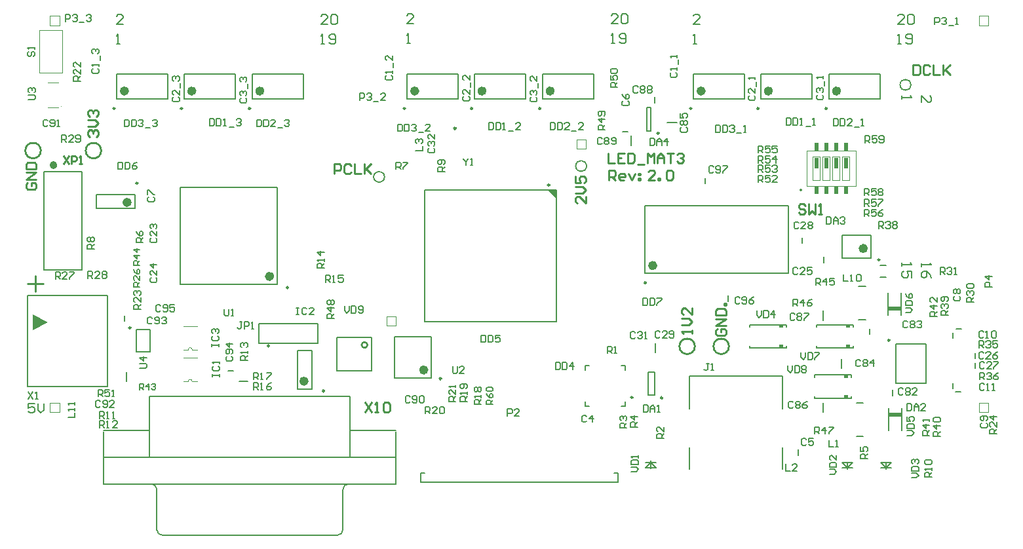
<source format=gto>
G04 Layer_Color=65535*
%FSLAX42Y42*%
%MOMM*%
G71*
G01*
G75*
%ADD53C,0.50*%
%ADD54C,0.20*%
%ADD55C,0.25*%
%ADD58C,0.20*%
%ADD59C,0.30*%
%ADD62C,0.25*%
%ADD64C,0.60*%
%ADD103C,0.15*%
%ADD104C,0.10*%
%ADD105C,0.10*%
%ADD106C,0.03*%
%ADD107C,0.00*%
%ADD108C,0.23*%
%ADD109R,0.51X1.10*%
%ADD110R,0.57X1.32*%
%ADD111R,1.70X0.60*%
%ADD112R,0.58X0.30*%
G36*
X414Y2100D02*
X214Y2000D01*
Y2200D01*
X414Y2100D01*
D02*
G37*
G36*
X6980Y3710D02*
X6880Y3810D01*
X6980D01*
Y3710D01*
D02*
G37*
D53*
X483Y4108D02*
G03*
X481Y4108I0J25D01*
G01*
D54*
X1820Y-581D02*
G03*
X1890Y-650I69J0D01*
G01*
X1819Y-59D02*
G03*
X1749Y11I-69J0D01*
G01*
X4153Y-650D02*
G03*
X4222Y-581I0J69D01*
G01*
X4293Y11D02*
G03*
X4224Y-59I0J-69D01*
G01*
X9195Y2445D02*
X9195Y2375D01*
X1960Y4990D02*
Y5310D01*
X1300Y4990D02*
X1960D01*
X1300Y5310D02*
X1960Y5310D01*
X1300Y4990D02*
Y5310D01*
X3710Y4990D02*
Y5310D01*
X3050Y4990D02*
X3710D01*
X3050Y5310D02*
X3710Y5310D01*
X3050Y4990D02*
Y5310D01*
X2830Y4990D02*
Y5310D01*
X2170Y4990D02*
X2830D01*
X2170Y5310D02*
X2830Y5310D01*
X2170Y4990D02*
Y5310D01*
X9410Y4990D02*
Y5310D01*
X8750Y4990D02*
X9410D01*
X8750Y5310D02*
X9410D01*
X8750Y4990D02*
Y5310D01*
X11160Y4990D02*
Y5310D01*
X10500Y4990D02*
X11160D01*
X10500Y5310D02*
X11160D01*
X10500Y4990D02*
Y5310D01*
X10280Y4990D02*
Y5310D01*
X9620Y4990D02*
X10280D01*
X9620Y5310D02*
X10280D01*
X9620Y4990D02*
Y5310D01*
X1551Y1720D02*
X1551Y2010D01*
X1729Y2010D02*
X1729Y1720D01*
X1551Y2010D02*
X1729Y2010D01*
X1551Y1720D02*
X1729Y1720D01*
X4595Y1470D02*
Y1908D01*
X4145Y1470D02*
X4595D01*
X4145D02*
Y1908D01*
X4595D01*
X11160Y2835D02*
X11240D01*
X11160Y2685D02*
X11240D01*
X10435Y2875D02*
Y2945D01*
X7835Y4565D02*
X7905D01*
X1130Y360D02*
X4910D01*
X4313D02*
Y1141D01*
X1727Y360D02*
Y1141D01*
X1130Y700D02*
X1727D01*
X4313D02*
X4910D01*
X1727Y1140D02*
X4313D01*
X1130Y10D02*
X4910D01*
X1818Y-580D02*
Y-60D01*
X4222Y-580D02*
Y-59D01*
X1890Y-650D02*
X4154D01*
X4910Y10D02*
Y690D01*
X1130Y10D02*
Y690D01*
X8150Y4570D02*
X8200D01*
X8150Y4880D02*
X8200D01*
Y4570D02*
Y4880D01*
X8150Y4570D02*
Y4880D01*
X11025Y1945D02*
Y2015D01*
X11325Y1155D02*
Y1225D01*
X10155Y3125D02*
Y3195D01*
X2735Y1475D02*
X2805D01*
X1405Y2115D02*
Y2185D01*
X8125Y2735D02*
X9975D01*
X8125Y3605D02*
X9975D01*
X8125Y2735D02*
Y3605D01*
X9975Y2735D02*
Y3605D01*
X4892Y1915D02*
X5367D01*
X4892Y1385D02*
X5367D01*
X4892D02*
Y1915D01*
X5367Y1385D02*
Y1915D01*
X3133Y1833D02*
Y2087D01*
X3895Y2087D01*
X3133Y1833D02*
X3895Y1833D01*
Y2087D01*
X149Y2448D02*
X1180D01*
Y1272D02*
Y2448D01*
X149Y1272D02*
X1180D01*
X149D02*
Y2448D01*
X11275Y705D02*
Y995D01*
X11445Y705D02*
Y995D01*
X9480Y1770D02*
X9955Y1770D01*
X9955Y2070D02*
X9955Y2070D01*
X9480Y2070D02*
X9955Y2070D01*
X9480Y1770D02*
Y1798D01*
Y1770D02*
X9955Y1770D01*
Y1798D01*
Y2042D02*
Y2070D01*
X9480Y2070D02*
X9955Y2070D01*
X9480Y2070D02*
X9480Y2070D01*
X9480Y2042D02*
Y2070D01*
X10675Y3230D02*
X11045Y3230D01*
X10675Y2930D02*
X11045Y2930D01*
X10675Y3230D02*
X10675Y2930D01*
X11045Y2930D02*
X11045Y3230D01*
X11368Y1315D02*
Y1825D01*
X11753Y1315D02*
Y1825D01*
X11368D02*
X11753D01*
X11368Y1315D02*
X11753D01*
X12395Y1505D02*
Y1575D01*
X8260Y1710D02*
Y1830D01*
X8165Y1160D02*
X8255D01*
X8165Y1460D02*
X8255D01*
Y1160D02*
Y1460D01*
X8165Y1160D02*
Y1460D01*
X7870Y1020D02*
Y1075D01*
X7815Y1020D02*
X7870D01*
Y1485D02*
Y1540D01*
X7815D02*
X7870D01*
X7350Y1485D02*
Y1540D01*
X7405D01*
X7350Y1020D02*
Y1075D01*
Y1020D02*
X7405D01*
X6880Y3810D02*
X6980Y3710D01*
X5280Y3810D02*
X6980D01*
X5280Y2110D02*
X6980D01*
Y3810D01*
X5280Y2110D02*
Y3810D01*
X3640Y1740D02*
X3820D01*
X3640Y1240D02*
X3820D01*
X3640D02*
Y1740D01*
X3820Y1240D02*
Y1740D01*
X8700Y1406D02*
X9900D01*
Y985D02*
Y1406D01*
X8700Y985D02*
Y1406D01*
X9900Y206D02*
Y486D01*
X8700Y206D02*
Y486D01*
X10855Y625D02*
X10945D01*
X10855Y1055D02*
X10945D01*
X5230Y38D02*
X7780D01*
X5230D02*
Y150D01*
X5280D01*
X7780Y38D02*
Y150D01*
X7730D02*
X7780D01*
X2885Y1340D02*
X2995D01*
X2125Y3845D02*
X3375D01*
X2125Y2590D02*
X3375D01*
X2125Y2595D02*
Y3845D01*
X3375Y2595D02*
Y3845D01*
X8200Y210D02*
Y310D01*
X8130Y292D02*
X8270D01*
X8130Y222D02*
X8200Y292D01*
X8270Y222D01*
X8130D02*
X8270D01*
X854Y2774D02*
Y4046D01*
X358Y4046D02*
X854D01*
X358Y2774D02*
Y4046D01*
Y2774D02*
X854D01*
X10430Y940D02*
Y1060D01*
X10320Y1120D02*
X10795Y1120D01*
X10795Y1420D02*
X10795Y1420D01*
X10320Y1420D02*
X10795Y1420D01*
X10320Y1120D02*
Y1148D01*
Y1120D02*
X10795Y1120D01*
Y1148D01*
Y1392D02*
Y1420D01*
X10320Y1420D02*
X10795Y1420D01*
X10320Y1420D02*
X10320Y1420D01*
X10320Y1392D02*
Y1420D01*
X10660Y1510D02*
Y1630D01*
X10340Y1770D02*
X10815Y1770D01*
X10815Y2070D02*
X10815Y2070D01*
X10340Y2070D02*
X10815Y2070D01*
X10340Y1770D02*
Y1798D01*
Y1770D02*
X10815Y1770D01*
Y1798D01*
Y2042D02*
Y2070D01*
X10340Y2070D02*
X10815Y2070D01*
X10340Y2070D02*
X10340Y2070D01*
X10340Y2042D02*
Y2070D01*
X10430Y2130D02*
Y2250D01*
X10885Y2135D02*
X10975D01*
X10885Y2565D02*
X10975D01*
X11435Y2195D02*
Y2485D01*
X11265Y2195D02*
Y2485D01*
X12135Y1205D02*
X12205D01*
X12105Y1245D02*
Y1315D01*
X12395Y1635D02*
Y1705D01*
X12105Y1895D02*
Y1965D01*
X12145Y2015D02*
X12215D01*
X11240Y200D02*
Y300D01*
X11170Y217D02*
X11310D01*
X11240Y217D02*
X11310Y288D01*
X11170D02*
X11240Y217D01*
X11170Y288D02*
X11310D01*
X10740Y200D02*
Y300D01*
X10670Y217D02*
X10810D01*
X10740Y217D02*
X10810Y288D01*
X10670D02*
X10740Y217D01*
X10670Y288D02*
X10810D01*
X10105Y385D02*
Y455D01*
X8905Y3965D02*
X8905Y3895D01*
X8415Y4685D02*
X8535D01*
X8250Y4940D02*
Y5010D01*
X7950Y4390D02*
Y4510D01*
X5710Y4990D02*
Y5310D01*
X5050Y4990D02*
Y5310D01*
X5710Y5310D01*
X5050Y4990D02*
X5710D01*
X6580D02*
Y5310D01*
X5920Y4990D02*
Y5310D01*
X6580Y5310D01*
X5920Y4990D02*
X6580D01*
X1034Y3750D02*
X1534Y3750D01*
X1034Y3570D02*
X1534D01*
X1534Y3750D01*
X1034Y3570D02*
Y3750D01*
X1430Y1340D02*
Y1460D01*
X7460Y4990D02*
Y5310D01*
X6800Y4990D02*
Y5310D01*
X7460Y5310D01*
X6800Y4990D02*
X7460D01*
X1600Y1510D02*
X1675D01*
X1690Y1525D01*
Y1555D01*
X1675Y1570D01*
X1600D01*
X1690Y1645D02*
X1600D01*
X1645Y1600D01*
Y1660D01*
X10970Y4420D02*
Y4510D01*
X11015D01*
X11030Y4495D01*
Y4465D01*
X11015Y4450D01*
X10970D01*
X11000D02*
X11030Y4420D01*
X11120Y4510D02*
X11060D01*
Y4465D01*
X11090Y4480D01*
X11105D01*
X11120Y4465D01*
Y4435D01*
X11105Y4420D01*
X11075D01*
X11060Y4435D01*
X11150D02*
X11165Y4420D01*
X11195D01*
X11210Y4435D01*
Y4495D01*
X11195Y4510D01*
X11165D01*
X11150Y4495D01*
Y4480D01*
X11165Y4465D01*
X11210D01*
X10960Y3740D02*
Y3830D01*
X11005D01*
X11020Y3815D01*
Y3785D01*
X11005Y3770D01*
X10960D01*
X10990D02*
X11020Y3740D01*
X11110Y3830D02*
X11050D01*
Y3785D01*
X11080Y3800D01*
X11095D01*
X11110Y3785D01*
Y3755D01*
X11095Y3740D01*
X11065D01*
X11050Y3755D01*
X11140Y3815D02*
X11155Y3830D01*
X11185D01*
X11200Y3815D01*
Y3800D01*
X11185Y3785D01*
X11200Y3770D01*
Y3755D01*
X11185Y3740D01*
X11155D01*
X11140Y3755D01*
Y3770D01*
X11155Y3785D01*
X11140Y3800D01*
Y3815D01*
X11155Y3785D02*
X11185D01*
X10960Y3600D02*
Y3690D01*
X11005D01*
X11020Y3675D01*
Y3645D01*
X11005Y3630D01*
X10960D01*
X10990D02*
X11020Y3600D01*
X11110Y3690D02*
X11050D01*
Y3645D01*
X11080Y3660D01*
X11095D01*
X11110Y3645D01*
Y3615D01*
X11095Y3600D01*
X11065D01*
X11050Y3615D01*
X11140Y3690D02*
X11200D01*
Y3675D01*
X11140Y3615D01*
Y3600D01*
X10960Y3470D02*
Y3560D01*
X11005D01*
X11020Y3545D01*
Y3515D01*
X11005Y3500D01*
X10960D01*
X10990D02*
X11020Y3470D01*
X11110Y3560D02*
X11050D01*
Y3515D01*
X11080Y3530D01*
X11095D01*
X11110Y3515D01*
Y3485D01*
X11095Y3470D01*
X11065D01*
X11050Y3485D01*
X11200Y3560D02*
X11170Y3545D01*
X11140Y3515D01*
Y3485D01*
X11155Y3470D01*
X11185D01*
X11200Y3485D01*
Y3500D01*
X11185Y3515D01*
X11140D01*
X9590Y4290D02*
Y4380D01*
X9635D01*
X9650Y4365D01*
Y4335D01*
X9635Y4320D01*
X9590D01*
X9620D02*
X9650Y4290D01*
X9740Y4380D02*
X9680D01*
Y4335D01*
X9710Y4350D01*
X9725D01*
X9740Y4335D01*
Y4305D01*
X9725Y4290D01*
X9695D01*
X9680Y4305D01*
X9830Y4380D02*
X9770D01*
Y4335D01*
X9800Y4350D01*
X9815D01*
X9830Y4335D01*
Y4305D01*
X9815Y4290D01*
X9785D01*
X9770Y4305D01*
X9590Y4160D02*
Y4250D01*
X9635D01*
X9650Y4235D01*
Y4205D01*
X9635Y4190D01*
X9590D01*
X9620D02*
X9650Y4160D01*
X9740Y4250D02*
X9680D01*
Y4205D01*
X9710Y4220D01*
X9725D01*
X9740Y4205D01*
Y4175D01*
X9725Y4160D01*
X9695D01*
X9680Y4175D01*
X9815Y4160D02*
Y4250D01*
X9770Y4205D01*
X9830D01*
X9590Y4040D02*
Y4130D01*
X9635D01*
X9650Y4115D01*
Y4085D01*
X9635Y4070D01*
X9590D01*
X9620D02*
X9650Y4040D01*
X9740Y4130D02*
X9680D01*
Y4085D01*
X9710Y4100D01*
X9725D01*
X9740Y4085D01*
Y4055D01*
X9725Y4040D01*
X9695D01*
X9680Y4055D01*
X9770Y4115D02*
X9785Y4130D01*
X9815D01*
X9830Y4115D01*
Y4100D01*
X9815Y4085D01*
X9800D01*
X9815D01*
X9830Y4070D01*
Y4055D01*
X9815Y4040D01*
X9785D01*
X9770Y4055D01*
X9590Y3910D02*
Y4000D01*
X9635D01*
X9650Y3985D01*
Y3955D01*
X9635Y3940D01*
X9590D01*
X9620D02*
X9650Y3910D01*
X9740Y4000D02*
X9680D01*
Y3955D01*
X9710Y3970D01*
X9725D01*
X9740Y3955D01*
Y3925D01*
X9725Y3910D01*
X9695D01*
X9680Y3925D01*
X9830Y3910D02*
X9770D01*
X9830Y3970D01*
Y3985D01*
X9815Y4000D01*
X9785D01*
X9770Y3985D01*
X1060Y1140D02*
Y1230D01*
X1105D01*
X1120Y1215D01*
Y1185D01*
X1105Y1170D01*
X1060D01*
X1090D02*
X1120Y1140D01*
X1210Y1230D02*
X1150D01*
Y1185D01*
X1180Y1200D01*
X1195D01*
X1210Y1185D01*
Y1155D01*
X1195Y1140D01*
X1165D01*
X1150Y1155D01*
X1240Y1140D02*
X1270D01*
X1255D01*
Y1230D01*
X1240Y1215D01*
X1080Y740D02*
Y830D01*
X1125D01*
X1140Y815D01*
Y785D01*
X1125Y770D01*
X1080D01*
X1110D02*
X1140Y740D01*
X1170D02*
X1200D01*
X1185D01*
Y830D01*
X1170Y815D01*
X1305Y740D02*
X1245D01*
X1305Y800D01*
Y815D01*
X1290Y830D01*
X1260D01*
X1245Y815D01*
X1080Y860D02*
Y950D01*
X1125D01*
X1140Y935D01*
Y905D01*
X1125Y890D01*
X1080D01*
X1110D02*
X1140Y860D01*
X1170D02*
X1200D01*
X1185D01*
Y950D01*
X1170Y935D01*
X1245Y860D02*
X1275D01*
X1260D01*
Y950D01*
X1245Y935D01*
X2530Y1790D02*
Y1820D01*
Y1805D01*
X2620D01*
Y1790D01*
Y1820D01*
X2545Y1925D02*
X2530Y1910D01*
Y1880D01*
X2545Y1865D01*
X2605D01*
X2620Y1880D01*
Y1910D01*
X2605Y1925D01*
X2545Y1955D02*
X2530Y1970D01*
Y2000D01*
X2545Y2015D01*
X2560D01*
X2575Y2000D01*
Y1985D01*
Y2000D01*
X2590Y2015D01*
X2605D01*
X2620Y2000D01*
Y1970D01*
X2605Y1955D01*
X2540Y1400D02*
Y1430D01*
Y1415D01*
X2630D01*
Y1400D01*
Y1430D01*
X2555Y1535D02*
X2540Y1520D01*
Y1490D01*
X2555Y1475D01*
X2615D01*
X2630Y1490D01*
Y1520D01*
X2615Y1535D01*
X2630Y1565D02*
Y1595D01*
Y1580D01*
X2540D01*
X2555Y1565D01*
X4243Y2310D02*
Y2250D01*
X4273Y2220D01*
X4303Y2250D01*
Y2310D01*
X4333D02*
Y2220D01*
X4378D01*
X4393Y2235D01*
Y2295D01*
X4378Y2310D01*
X4333D01*
X4423Y2235D02*
X4438Y2220D01*
X4468D01*
X4483Y2235D01*
Y2295D01*
X4468Y2310D01*
X4438D01*
X4423Y2295D01*
Y2280D01*
X4438Y2265D01*
X4483D01*
X7770Y5140D02*
X7680D01*
Y5185D01*
X7695Y5200D01*
X7725D01*
X7740Y5185D01*
Y5140D01*
Y5170D02*
X7770Y5200D01*
X7680Y5290D02*
Y5230D01*
X7725D01*
X7710Y5260D01*
Y5275D01*
X7725Y5290D01*
X7755D01*
X7770Y5275D01*
Y5245D01*
X7755Y5230D01*
X7695Y5320D02*
X7680Y5335D01*
Y5365D01*
X7695Y5380D01*
X7755D01*
X7770Y5365D01*
Y5335D01*
X7755Y5320D01*
X7695D01*
X7610Y4590D02*
X7520D01*
Y4635D01*
X7535Y4650D01*
X7565D01*
X7580Y4635D01*
Y4590D01*
Y4620D02*
X7610Y4650D01*
Y4725D02*
X7520D01*
X7565Y4680D01*
Y4740D01*
X7595Y4770D02*
X7610Y4785D01*
Y4815D01*
X7595Y4830D01*
X7535D01*
X7520Y4815D01*
Y4785D01*
X7535Y4770D01*
X7550D01*
X7565Y4785D01*
Y4830D01*
X4110Y2150D02*
X4020D01*
Y2195D01*
X4035Y2210D01*
X4065D01*
X4080Y2195D01*
Y2150D01*
Y2180D02*
X4110Y2210D01*
Y2285D02*
X4020D01*
X4065Y2240D01*
Y2300D01*
X4035Y2330D02*
X4020Y2345D01*
Y2375D01*
X4035Y2390D01*
X4050D01*
X4065Y2375D01*
X4080Y2390D01*
X4095D01*
X4110Y2375D01*
Y2345D01*
X4095Y2330D01*
X4080D01*
X4065Y2345D01*
X4050Y2330D01*
X4035D01*
X4065Y2345D02*
Y2375D01*
X10320Y660D02*
Y750D01*
X10365D01*
X10380Y735D01*
Y705D01*
X10365Y690D01*
X10320D01*
X10350D02*
X10380Y660D01*
X10455D02*
Y750D01*
X10410Y705D01*
X10470D01*
X10500Y750D02*
X10560D01*
Y735D01*
X10500Y675D01*
Y660D01*
X10040Y2310D02*
Y2400D01*
X10085D01*
X10100Y2385D01*
Y2355D01*
X10085Y2340D01*
X10040D01*
X10070D02*
X10100Y2310D01*
X10175D02*
Y2400D01*
X10130Y2355D01*
X10190D01*
X10280Y2400D02*
X10250Y2385D01*
X10220Y2355D01*
Y2325D01*
X10235Y2310D01*
X10265D01*
X10280Y2325D01*
Y2340D01*
X10265Y2355D01*
X10220D01*
X10330Y2580D02*
Y2670D01*
X10375D01*
X10390Y2655D01*
Y2625D01*
X10375Y2610D01*
X10330D01*
X10360D02*
X10390Y2580D01*
X10465D02*
Y2670D01*
X10420Y2625D01*
X10480D01*
X10570Y2670D02*
X10510D01*
Y2625D01*
X10540Y2640D01*
X10555D01*
X10570Y2625D01*
Y2595D01*
X10555Y2580D01*
X10525D01*
X10510Y2595D01*
X11940Y2720D02*
Y2810D01*
X11985D01*
X12000Y2795D01*
Y2765D01*
X11985Y2750D01*
X11940D01*
X11970D02*
X12000Y2720D01*
X12030Y2795D02*
X12045Y2810D01*
X12075D01*
X12090Y2795D01*
Y2780D01*
X12075Y2765D01*
X12060D01*
X12075D01*
X12090Y2750D01*
Y2735D01*
X12075Y2720D01*
X12045D01*
X12030Y2735D01*
X12120Y2720D02*
X12150D01*
X12135D01*
Y2810D01*
X12120Y2795D01*
X1402Y4720D02*
Y4630D01*
X1447D01*
X1462Y4645D01*
Y4705D01*
X1447Y4720D01*
X1402D01*
X1492D02*
Y4630D01*
X1537D01*
X1552Y4645D01*
Y4705D01*
X1537Y4720D01*
X1492D01*
X1582Y4705D02*
X1597Y4720D01*
X1627D01*
X1642Y4705D01*
Y4690D01*
X1627Y4675D01*
X1612D01*
X1627D01*
X1642Y4660D01*
Y4645D01*
X1627Y4630D01*
X1597D01*
X1582Y4645D01*
X1672Y4615D02*
X1732D01*
X1762Y4705D02*
X1777Y4720D01*
X1807D01*
X1822Y4705D01*
Y4690D01*
X1807Y4675D01*
X1792D01*
X1807D01*
X1822Y4660D01*
Y4645D01*
X1807Y4630D01*
X1777D01*
X1762Y4645D01*
X5781Y4220D02*
Y4205D01*
X5811Y4175D01*
X5841Y4205D01*
Y4220D01*
X5811Y4175D02*
Y4130D01*
X5871D02*
X5901D01*
X5886D01*
Y4220D01*
X5871Y4205D01*
X7950Y173D02*
X8010D01*
X8040Y202D01*
X8010Y232D01*
X7950D01*
Y262D02*
X8040D01*
Y307D01*
X8025Y322D01*
X7965D01*
X7950Y307D01*
Y262D01*
X8040Y352D02*
Y382D01*
Y367D01*
X7950D01*
X7965Y352D01*
X2690Y2274D02*
Y2199D01*
X2705Y2184D01*
X2735D01*
X2750Y2199D01*
Y2274D01*
X2780Y2184D02*
X2810D01*
X2795D01*
Y2274D01*
X2780Y2259D01*
X12370Y2360D02*
X12280D01*
Y2405D01*
X12295Y2420D01*
X12325D01*
X12340Y2405D01*
Y2360D01*
Y2390D02*
X12370Y2420D01*
X12295Y2450D02*
X12280Y2465D01*
Y2495D01*
X12295Y2510D01*
X12310D01*
X12325Y2495D01*
Y2480D01*
Y2495D01*
X12340Y2510D01*
X12355D01*
X12370Y2495D01*
Y2465D01*
X12355Y2450D01*
X12295Y2540D02*
X12280Y2555D01*
Y2585D01*
X12295Y2600D01*
X12355D01*
X12370Y2585D01*
Y2555D01*
X12355Y2540D01*
X12295D01*
X590Y4430D02*
Y4520D01*
X635D01*
X650Y4505D01*
Y4475D01*
X635Y4460D01*
X590D01*
X620D02*
X650Y4430D01*
X740D02*
X680D01*
X740Y4490D01*
Y4505D01*
X725Y4520D01*
X695D01*
X680Y4505D01*
X770Y4445D02*
X785Y4430D01*
X815D01*
X830Y4445D01*
Y4505D01*
X815Y4520D01*
X785D01*
X770Y4505D01*
Y4490D01*
X785Y4475D01*
X830D01*
X930Y2670D02*
Y2760D01*
X975D01*
X990Y2745D01*
Y2715D01*
X975Y2700D01*
X930D01*
X960D02*
X990Y2670D01*
X1080D02*
X1020D01*
X1080Y2730D01*
Y2745D01*
X1065Y2760D01*
X1035D01*
X1020Y2745D01*
X1110D02*
X1125Y2760D01*
X1155D01*
X1170Y2745D01*
Y2730D01*
X1155Y2715D01*
X1170Y2700D01*
Y2685D01*
X1155Y2670D01*
X1125D01*
X1110Y2685D01*
Y2700D01*
X1125Y2715D01*
X1110Y2730D01*
Y2745D01*
X1125Y2715D02*
X1155D01*
X510Y2660D02*
Y2750D01*
X555D01*
X570Y2735D01*
Y2705D01*
X555Y2690D01*
X510D01*
X540D02*
X570Y2660D01*
X660D02*
X600D01*
X660Y2720D01*
Y2735D01*
X645Y2750D01*
X615D01*
X600Y2735D01*
X690Y2750D02*
X750D01*
Y2735D01*
X690Y2675D01*
Y2660D01*
X1600Y2560D02*
X1516D01*
Y2602D01*
X1530Y2616D01*
X1558D01*
X1572Y2602D01*
Y2560D01*
Y2588D02*
X1600Y2616D01*
Y2700D02*
Y2644D01*
X1544Y2700D01*
X1530D01*
X1516Y2686D01*
Y2658D01*
X1530Y2644D01*
X1516Y2783D02*
X1530Y2756D01*
X1558Y2728D01*
X1586D01*
X1600Y2742D01*
Y2769D01*
X1586Y2783D01*
X1572D01*
X1558Y2769D01*
Y2728D01*
X12670Y660D02*
X12580D01*
Y705D01*
X12595Y720D01*
X12625D01*
X12640Y705D01*
Y660D01*
Y690D02*
X12670Y720D01*
Y810D02*
Y750D01*
X12610Y810D01*
X12595D01*
X12580Y795D01*
Y765D01*
X12595Y750D01*
X12670Y885D02*
X12580D01*
X12625Y840D01*
Y900D01*
X1610Y2270D02*
X1520D01*
Y2315D01*
X1535Y2330D01*
X1565D01*
X1580Y2315D01*
Y2270D01*
Y2300D02*
X1610Y2330D01*
Y2420D02*
Y2360D01*
X1550Y2420D01*
X1535D01*
X1520Y2405D01*
Y2375D01*
X1535Y2360D01*
Y2450D02*
X1520Y2465D01*
Y2495D01*
X1535Y2510D01*
X1550D01*
X1565Y2495D01*
Y2480D01*
Y2495D01*
X1580Y2510D01*
X1595D01*
X1610Y2495D01*
Y2465D01*
X1595Y2450D01*
X830Y5220D02*
X740D01*
Y5265D01*
X755Y5280D01*
X785D01*
X800Y5265D01*
Y5220D01*
Y5250D02*
X830Y5280D01*
Y5370D02*
Y5310D01*
X770Y5370D01*
X755D01*
X740Y5355D01*
Y5325D01*
X755Y5310D01*
X830Y5460D02*
Y5400D01*
X770Y5460D01*
X755D01*
X740Y5445D01*
Y5415D01*
X755Y5400D01*
X5680Y1080D02*
X5590D01*
Y1125D01*
X5605Y1140D01*
X5635D01*
X5650Y1125D01*
Y1080D01*
Y1110D02*
X5680Y1140D01*
Y1230D02*
Y1170D01*
X5620Y1230D01*
X5605D01*
X5590Y1215D01*
Y1185D01*
X5605Y1170D01*
X5680Y1260D02*
Y1290D01*
Y1275D01*
X5590D01*
X5605Y1260D01*
X5290Y920D02*
Y1010D01*
X5335D01*
X5350Y995D01*
Y965D01*
X5335Y950D01*
X5290D01*
X5320D02*
X5350Y920D01*
X5440D02*
X5380D01*
X5440Y980D01*
Y995D01*
X5425Y1010D01*
X5395D01*
X5380Y995D01*
X5470D02*
X5485Y1010D01*
X5515D01*
X5530Y995D01*
Y935D01*
X5515Y920D01*
X5485D01*
X5470Y935D01*
Y995D01*
X5830Y1080D02*
X5740D01*
Y1125D01*
X5755Y1140D01*
X5785D01*
X5800Y1125D01*
Y1080D01*
Y1110D02*
X5830Y1140D01*
Y1170D02*
Y1200D01*
Y1185D01*
X5740D01*
X5755Y1170D01*
X5815Y1245D02*
X5830Y1260D01*
Y1290D01*
X5815Y1305D01*
X5755D01*
X5740Y1290D01*
Y1260D01*
X5755Y1245D01*
X5770D01*
X5785Y1260D01*
Y1305D01*
X6010Y1040D02*
X5920D01*
Y1085D01*
X5935Y1100D01*
X5965D01*
X5980Y1085D01*
Y1040D01*
Y1070D02*
X6010Y1100D01*
Y1130D02*
Y1160D01*
Y1145D01*
X5920D01*
X5935Y1130D01*
Y1205D02*
X5920Y1220D01*
Y1250D01*
X5935Y1265D01*
X5950D01*
X5965Y1250D01*
X5980Y1265D01*
X5995D01*
X6010Y1250D01*
Y1220D01*
X5995Y1205D01*
X5980D01*
X5965Y1220D01*
X5950Y1205D01*
X5935D01*
X5965Y1220D02*
Y1250D01*
X3070Y1360D02*
Y1450D01*
X3115D01*
X3130Y1435D01*
Y1405D01*
X3115Y1390D01*
X3070D01*
X3100D02*
X3130Y1360D01*
X3160D02*
X3190D01*
X3175D01*
Y1450D01*
X3160Y1435D01*
X3235Y1450D02*
X3295D01*
Y1435D01*
X3235Y1375D01*
Y1360D01*
X3070Y1230D02*
Y1320D01*
X3115D01*
X3130Y1305D01*
Y1275D01*
X3115Y1260D01*
X3070D01*
X3100D02*
X3130Y1230D01*
X3160D02*
X3190D01*
X3175D01*
Y1320D01*
X3160Y1305D01*
X3295Y1320D02*
X3265Y1305D01*
X3235Y1275D01*
Y1245D01*
X3250Y1230D01*
X3280D01*
X3295Y1245D01*
Y1260D01*
X3280Y1275D01*
X3235D01*
X4000Y2620D02*
Y2710D01*
X4045D01*
X4060Y2695D01*
Y2665D01*
X4045Y2650D01*
X4000D01*
X4030D02*
X4060Y2620D01*
X4090D02*
X4120D01*
X4105D01*
Y2710D01*
X4090Y2695D01*
X4225Y2710D02*
X4165D01*
Y2665D01*
X4195Y2680D01*
X4210D01*
X4225Y2665D01*
Y2635D01*
X4210Y2620D01*
X4180D01*
X4165Y2635D01*
X3980Y2800D02*
X3890D01*
Y2845D01*
X3905Y2860D01*
X3935D01*
X3950Y2845D01*
Y2800D01*
Y2830D02*
X3980Y2860D01*
Y2890D02*
Y2920D01*
Y2905D01*
X3890D01*
X3905Y2890D01*
X3980Y3010D02*
X3890D01*
X3935Y2965D01*
Y3025D01*
X2990Y1610D02*
X2900D01*
Y1655D01*
X2915Y1670D01*
X2945D01*
X2960Y1655D01*
Y1610D01*
Y1640D02*
X2990Y1670D01*
Y1700D02*
Y1730D01*
Y1715D01*
X2900D01*
X2915Y1700D01*
Y1775D02*
X2900Y1790D01*
Y1820D01*
X2915Y1835D01*
X2930D01*
X2945Y1820D01*
Y1805D01*
Y1820D01*
X2960Y1835D01*
X2975D01*
X2990Y1820D01*
Y1790D01*
X2975Y1775D01*
X11830Y100D02*
X11740D01*
Y145D01*
X11755Y160D01*
X11785D01*
X11800Y145D01*
Y100D01*
Y130D02*
X11830Y160D01*
Y190D02*
Y220D01*
Y205D01*
X11740D01*
X11755Y190D01*
Y265D02*
X11740Y280D01*
Y310D01*
X11755Y325D01*
X11815D01*
X11830Y310D01*
Y280D01*
X11815Y265D01*
X11755D01*
X5540Y4050D02*
X5450D01*
Y4095D01*
X5465Y4110D01*
X5495D01*
X5510Y4095D01*
Y4050D01*
Y4080D02*
X5540Y4110D01*
X5525Y4140D02*
X5540Y4155D01*
Y4185D01*
X5525Y4200D01*
X5465D01*
X5450Y4185D01*
Y4155D01*
X5465Y4140D01*
X5480D01*
X5495Y4155D01*
Y4200D01*
X1010Y3050D02*
X920D01*
Y3095D01*
X935Y3110D01*
X965D01*
X980Y3095D01*
Y3050D01*
Y3080D02*
X1010Y3110D01*
X935Y3140D02*
X920Y3155D01*
Y3185D01*
X935Y3200D01*
X950D01*
X965Y3185D01*
X980Y3200D01*
X995D01*
X1010Y3185D01*
Y3155D01*
X995Y3140D01*
X980D01*
X965Y3155D01*
X950Y3140D01*
X935D01*
X965Y3155D02*
Y3185D01*
X4910Y4080D02*
Y4170D01*
X4955D01*
X4970Y4155D01*
Y4125D01*
X4955Y4110D01*
X4910D01*
X4940D02*
X4970Y4080D01*
X5000Y4170D02*
X5060D01*
Y4155D01*
X5000Y4095D01*
Y4080D01*
X1640Y3130D02*
X1550D01*
Y3175D01*
X1565Y3190D01*
X1595D01*
X1610Y3175D01*
Y3130D01*
Y3160D02*
X1640Y3190D01*
X1550Y3280D02*
X1565Y3250D01*
X1595Y3220D01*
X1625D01*
X1640Y3235D01*
Y3265D01*
X1625Y3280D01*
X1610D01*
X1595Y3265D01*
Y3220D01*
X11000Y340D02*
X10910D01*
Y385D01*
X10925Y400D01*
X10955D01*
X10970Y385D01*
Y340D01*
Y370D02*
X11000Y400D01*
X10910Y490D02*
Y430D01*
X10955D01*
X10940Y460D01*
Y475D01*
X10955Y490D01*
X10985D01*
X11000Y475D01*
Y445D01*
X10985Y430D01*
X8030Y750D02*
X7940D01*
Y795D01*
X7955Y810D01*
X7985D01*
X8000Y795D01*
Y750D01*
Y780D02*
X8030Y810D01*
Y885D02*
X7940D01*
X7985Y840D01*
Y900D01*
X7890Y740D02*
X7800D01*
Y785D01*
X7815Y800D01*
X7845D01*
X7860Y785D01*
Y740D01*
Y770D02*
X7890Y800D01*
X7815Y830D02*
X7800Y845D01*
Y875D01*
X7815Y890D01*
X7830D01*
X7845Y875D01*
Y860D01*
Y875D01*
X7860Y890D01*
X7875D01*
X7890Y875D01*
Y845D01*
X7875Y830D01*
X8370Y600D02*
X8280D01*
Y645D01*
X8295Y660D01*
X8325D01*
X8340Y645D01*
Y600D01*
Y630D02*
X8370Y660D01*
Y750D02*
Y690D01*
X8310Y750D01*
X8295D01*
X8280Y735D01*
Y705D01*
X8295Y690D01*
X7640Y1700D02*
Y1790D01*
X7685D01*
X7700Y1775D01*
Y1745D01*
X7685Y1730D01*
X7640D01*
X7670D02*
X7700Y1700D01*
X7730D02*
X7760D01*
X7745D01*
Y1790D01*
X7730Y1775D01*
X12610Y2560D02*
X12520D01*
Y2605D01*
X12535Y2620D01*
X12565D01*
X12580Y2605D01*
Y2560D01*
X12610Y2695D02*
X12520D01*
X12565Y2650D01*
Y2710D01*
X640Y5990D02*
Y6080D01*
X685D01*
X700Y6065D01*
Y6035D01*
X685Y6020D01*
X640D01*
X730Y6065D02*
X745Y6080D01*
X775D01*
X790Y6065D01*
Y6050D01*
X775Y6035D01*
X760D01*
X775D01*
X790Y6020D01*
Y6005D01*
X775Y5990D01*
X745D01*
X730Y6005D01*
X820Y5975D02*
X880D01*
X910Y6065D02*
X925Y6080D01*
X955D01*
X970Y6065D01*
Y6050D01*
X955Y6035D01*
X940D01*
X955D01*
X970Y6020D01*
Y6005D01*
X955Y5990D01*
X925D01*
X910Y6005D01*
X4440Y4970D02*
Y5060D01*
X4485D01*
X4500Y5045D01*
Y5015D01*
X4485Y5000D01*
X4440D01*
X4530Y5045D02*
X4545Y5060D01*
X4575D01*
X4590Y5045D01*
Y5030D01*
X4575Y5015D01*
X4560D01*
X4575D01*
X4590Y5000D01*
Y4985D01*
X4575Y4970D01*
X4545D01*
X4530Y4985D01*
X4620Y4955D02*
X4680D01*
X4770Y4970D02*
X4710D01*
X4770Y5030D01*
Y5045D01*
X4755Y5060D01*
X4725D01*
X4710Y5045D01*
X11870Y5950D02*
Y6040D01*
X11915D01*
X11930Y6025D01*
Y5995D01*
X11915Y5980D01*
X11870D01*
X11960Y6025D02*
X11975Y6040D01*
X12005D01*
X12020Y6025D01*
Y6010D01*
X12005Y5995D01*
X11990D01*
X12005D01*
X12020Y5980D01*
Y5965D01*
X12005Y5950D01*
X11975D01*
X11960Y5965D01*
X12050Y5935D02*
X12110D01*
X12140Y5950D02*
X12170D01*
X12155D01*
Y6040D01*
X12140Y6025D01*
X6350Y890D02*
Y980D01*
X6395D01*
X6410Y965D01*
Y935D01*
X6395Y920D01*
X6350D01*
X6500Y890D02*
X6440D01*
X6500Y950D01*
Y965D01*
X6485Y980D01*
X6455D01*
X6440Y965D01*
X5160Y4320D02*
X5250D01*
Y4380D01*
X5175Y4410D02*
X5160Y4425D01*
Y4455D01*
X5175Y4470D01*
X5190D01*
X5205Y4455D01*
Y4440D01*
Y4455D01*
X5220Y4470D01*
X5235D01*
X5250Y4455D01*
Y4425D01*
X5235Y4410D01*
X9940Y270D02*
Y180D01*
X10000D01*
X10090D02*
X10030D01*
X10090Y240D01*
Y255D01*
X10075Y270D01*
X10045D01*
X10030Y255D01*
X10500Y580D02*
Y490D01*
X10560D01*
X10590D02*
X10620D01*
X10605D01*
Y580D01*
X10590Y565D01*
X8950Y1570D02*
X8920D01*
X8935D01*
Y1495D01*
X8920Y1480D01*
X8905D01*
X8890Y1495D01*
X8980Y1480D02*
X9010D01*
X8995D01*
Y1570D01*
X8980Y1555D01*
X3620Y2290D02*
X3650D01*
X3635D01*
Y2200D01*
X3620D01*
X3650D01*
X3755Y2275D02*
X3740Y2290D01*
X3710D01*
X3695Y2275D01*
Y2215D01*
X3710Y2200D01*
X3740D01*
X3755Y2215D01*
X3845Y2200D02*
X3785D01*
X3845Y2260D01*
Y2275D01*
X3830Y2290D01*
X3800D01*
X3785Y2275D01*
X6010Y1934D02*
Y1844D01*
X6055D01*
X6070Y1859D01*
Y1919D01*
X6055Y1934D01*
X6010D01*
X6100D02*
Y1844D01*
X6145D01*
X6160Y1859D01*
Y1919D01*
X6145Y1934D01*
X6100D01*
X6250D02*
X6190D01*
Y1889D01*
X6220Y1904D01*
X6235D01*
X6250Y1889D01*
Y1859D01*
X6235Y1844D01*
X6205D01*
X6190Y1859D01*
X6970Y1580D02*
Y1490D01*
X7015D01*
X7030Y1505D01*
Y1565D01*
X7015Y1580D01*
X6970D01*
X7060D02*
Y1490D01*
X7105D01*
X7120Y1505D01*
Y1565D01*
X7105Y1580D01*
X7060D01*
X7195Y1490D02*
Y1580D01*
X7150Y1535D01*
X7210D01*
X4930Y4660D02*
Y4570D01*
X4975D01*
X4990Y4585D01*
Y4645D01*
X4975Y4660D01*
X4930D01*
X5020D02*
Y4570D01*
X5065D01*
X5080Y4585D01*
Y4645D01*
X5065Y4660D01*
X5020D01*
X5110Y4645D02*
X5125Y4660D01*
X5155D01*
X5170Y4645D01*
Y4630D01*
X5155Y4615D01*
X5140D01*
X5155D01*
X5170Y4600D01*
Y4585D01*
X5155Y4570D01*
X5125D01*
X5110Y4585D01*
X5200Y4555D02*
X5260D01*
X5350Y4570D02*
X5290D01*
X5350Y4630D01*
Y4645D01*
X5335Y4660D01*
X5305D01*
X5290Y4645D01*
X9040Y4650D02*
Y4560D01*
X9085D01*
X9100Y4575D01*
Y4635D01*
X9085Y4650D01*
X9040D01*
X9130D02*
Y4560D01*
X9175D01*
X9190Y4575D01*
Y4635D01*
X9175Y4650D01*
X9130D01*
X9220Y4635D02*
X9235Y4650D01*
X9265D01*
X9280Y4635D01*
Y4620D01*
X9265Y4605D01*
X9250D01*
X9265D01*
X9280Y4590D01*
Y4575D01*
X9265Y4560D01*
X9235D01*
X9220Y4575D01*
X9310Y4545D02*
X9370D01*
X9400Y4560D02*
X9430D01*
X9415D01*
Y4650D01*
X9400Y4635D01*
X3110Y4720D02*
Y4630D01*
X3155D01*
X3170Y4645D01*
Y4705D01*
X3155Y4720D01*
X3110D01*
X3200D02*
Y4630D01*
X3245D01*
X3260Y4645D01*
Y4705D01*
X3245Y4720D01*
X3200D01*
X3350Y4630D02*
X3290D01*
X3350Y4690D01*
Y4705D01*
X3335Y4720D01*
X3305D01*
X3290Y4705D01*
X3380Y4615D02*
X3440D01*
X3470Y4705D02*
X3485Y4720D01*
X3515D01*
X3530Y4705D01*
Y4690D01*
X3515Y4675D01*
X3500D01*
X3515D01*
X3530Y4660D01*
Y4645D01*
X3515Y4630D01*
X3485D01*
X3470Y4645D01*
X6906Y4680D02*
Y4590D01*
X6951D01*
X6966Y4605D01*
Y4665D01*
X6951Y4680D01*
X6906D01*
X6996D02*
Y4590D01*
X7041D01*
X7056Y4605D01*
Y4665D01*
X7041Y4680D01*
X6996D01*
X7146Y4590D02*
X7086D01*
X7146Y4650D01*
Y4665D01*
X7131Y4680D01*
X7101D01*
X7086Y4665D01*
X7176Y4575D02*
X7236D01*
X7326Y4590D02*
X7266D01*
X7326Y4650D01*
Y4665D01*
X7311Y4680D01*
X7281D01*
X7266Y4665D01*
X10560Y4730D02*
Y4640D01*
X10605D01*
X10620Y4655D01*
Y4715D01*
X10605Y4730D01*
X10560D01*
X10650D02*
Y4640D01*
X10695D01*
X10710Y4655D01*
Y4715D01*
X10695Y4730D01*
X10650D01*
X10800Y4640D02*
X10740D01*
X10800Y4700D01*
Y4715D01*
X10785Y4730D01*
X10755D01*
X10740Y4715D01*
X10830Y4625D02*
X10890D01*
X10920Y4640D02*
X10950D01*
X10935D01*
Y4730D01*
X10920Y4715D01*
X2500Y4730D02*
Y4640D01*
X2545D01*
X2560Y4655D01*
Y4715D01*
X2545Y4730D01*
X2500D01*
X2590D02*
Y4640D01*
X2635D01*
X2650Y4655D01*
Y4715D01*
X2635Y4730D01*
X2590D01*
X2680Y4640D02*
X2710D01*
X2695D01*
Y4730D01*
X2680Y4715D01*
X2755Y4625D02*
X2815D01*
X2845Y4715D02*
X2860Y4730D01*
X2890D01*
X2905Y4715D01*
Y4700D01*
X2890Y4685D01*
X2875D01*
X2890D01*
X2905Y4670D01*
Y4655D01*
X2890Y4640D01*
X2860D01*
X2845Y4655D01*
X6110Y4680D02*
Y4590D01*
X6155D01*
X6170Y4605D01*
Y4665D01*
X6155Y4680D01*
X6110D01*
X6200D02*
Y4590D01*
X6245D01*
X6260Y4605D01*
Y4665D01*
X6245Y4680D01*
X6200D01*
X6290Y4590D02*
X6320D01*
X6305D01*
Y4680D01*
X6290Y4665D01*
X6365Y4575D02*
X6425D01*
X6515Y4590D02*
X6455D01*
X6515Y4650D01*
Y4665D01*
X6500Y4680D01*
X6470D01*
X6455Y4665D01*
X9950Y4740D02*
Y4650D01*
X9995D01*
X10010Y4665D01*
Y4725D01*
X9995Y4740D01*
X9950D01*
X10040D02*
Y4650D01*
X10085D01*
X10100Y4665D01*
Y4725D01*
X10085Y4740D01*
X10040D01*
X10130Y4650D02*
X10160D01*
X10145D01*
Y4740D01*
X10130Y4725D01*
X10205Y4635D02*
X10265D01*
X10295Y4650D02*
X10325D01*
X10310D01*
Y4740D01*
X10295Y4725D01*
X8105Y1030D02*
Y940D01*
X8150D01*
X8165Y955D01*
Y1015D01*
X8150Y1030D01*
X8105D01*
X8195Y940D02*
Y1000D01*
X8225Y1030D01*
X8255Y1000D01*
Y940D01*
Y985D01*
X8195D01*
X8285Y940D02*
X8315D01*
X8300D01*
Y1030D01*
X8285Y1015D01*
X5335Y4350D02*
X5320Y4335D01*
Y4305D01*
X5335Y4290D01*
X5395D01*
X5410Y4305D01*
Y4335D01*
X5395Y4350D01*
X5335Y4380D02*
X5320Y4395D01*
Y4425D01*
X5335Y4440D01*
X5350D01*
X5365Y4425D01*
Y4410D01*
Y4425D01*
X5380Y4440D01*
X5395D01*
X5410Y4425D01*
Y4395D01*
X5395Y4380D01*
X5410Y4530D02*
Y4470D01*
X5350Y4530D01*
X5335D01*
X5320Y4515D01*
Y4485D01*
X5335Y4470D01*
X8000Y1965D02*
X7985Y1980D01*
X7955D01*
X7940Y1965D01*
Y1905D01*
X7955Y1890D01*
X7985D01*
X8000Y1905D01*
X8030Y1965D02*
X8045Y1980D01*
X8075D01*
X8090Y1965D01*
Y1950D01*
X8075Y1935D01*
X8060D01*
X8075D01*
X8090Y1920D01*
Y1905D01*
X8075Y1890D01*
X8045D01*
X8030Y1905D01*
X8120Y1890D02*
X8150D01*
X8135D01*
Y1980D01*
X8120Y1965D01*
X8320Y1975D02*
X8305Y1990D01*
X8275D01*
X8260Y1975D01*
Y1915D01*
X8275Y1900D01*
X8305D01*
X8320Y1915D01*
X8410Y1900D02*
X8350D01*
X8410Y1960D01*
Y1975D01*
X8395Y1990D01*
X8365D01*
X8350Y1975D01*
X8440Y1915D02*
X8455Y1900D01*
X8485D01*
X8500Y1915D01*
Y1975D01*
X8485Y1990D01*
X8455D01*
X8440Y1975D01*
Y1960D01*
X8455Y1945D01*
X8500D01*
X10110Y3385D02*
X10095Y3400D01*
X10065D01*
X10050Y3385D01*
Y3325D01*
X10065Y3310D01*
X10095D01*
X10110Y3325D01*
X10200Y3310D02*
X10140D01*
X10200Y3370D01*
Y3385D01*
X10185Y3400D01*
X10155D01*
X10140Y3385D01*
X10230D02*
X10245Y3400D01*
X10275D01*
X10290Y3385D01*
Y3370D01*
X10275Y3355D01*
X10290Y3340D01*
Y3325D01*
X10275Y3310D01*
X10245D01*
X10230Y3325D01*
Y3340D01*
X10245Y3355D01*
X10230Y3370D01*
Y3385D01*
X10245Y3355D02*
X10275D01*
X12510Y1575D02*
X12495Y1590D01*
X12465D01*
X12450Y1575D01*
Y1515D01*
X12465Y1500D01*
X12495D01*
X12510Y1515D01*
X12600Y1500D02*
X12540D01*
X12600Y1560D01*
Y1575D01*
X12585Y1590D01*
X12555D01*
X12540Y1575D01*
X12630Y1590D02*
X12690D01*
Y1575D01*
X12630Y1515D01*
Y1500D01*
X12500Y1705D02*
X12485Y1720D01*
X12455D01*
X12440Y1705D01*
Y1645D01*
X12455Y1630D01*
X12485D01*
X12500Y1645D01*
X12590Y1630D02*
X12530D01*
X12590Y1690D01*
Y1705D01*
X12575Y1720D01*
X12545D01*
X12530Y1705D01*
X12680Y1720D02*
X12650Y1705D01*
X12620Y1675D01*
Y1645D01*
X12635Y1630D01*
X12665D01*
X12680Y1645D01*
Y1660D01*
X12665Y1675D01*
X12620D01*
X10100Y2795D02*
X10085Y2810D01*
X10055D01*
X10040Y2795D01*
Y2735D01*
X10055Y2720D01*
X10085D01*
X10100Y2735D01*
X10190Y2720D02*
X10130D01*
X10190Y2780D01*
Y2795D01*
X10175Y2810D01*
X10145D01*
X10130Y2795D01*
X10280Y2810D02*
X10220D01*
Y2765D01*
X10250Y2780D01*
X10265D01*
X10280Y2765D01*
Y2735D01*
X10265Y2720D01*
X10235D01*
X10220Y2735D01*
X1745Y2680D02*
X1730Y2665D01*
Y2635D01*
X1745Y2620D01*
X1805D01*
X1820Y2635D01*
Y2665D01*
X1805Y2680D01*
X1820Y2770D02*
Y2710D01*
X1760Y2770D01*
X1745D01*
X1730Y2755D01*
Y2725D01*
X1745Y2710D01*
X1820Y2845D02*
X1730D01*
X1775Y2800D01*
Y2860D01*
X1745Y3190D02*
X1730Y3175D01*
Y3145D01*
X1745Y3130D01*
X1805D01*
X1820Y3145D01*
Y3175D01*
X1805Y3190D01*
X1820Y3280D02*
Y3220D01*
X1760Y3280D01*
X1745D01*
X1730Y3265D01*
Y3235D01*
X1745Y3220D01*
Y3310D02*
X1730Y3325D01*
Y3355D01*
X1745Y3370D01*
X1760D01*
X1775Y3355D01*
Y3340D01*
Y3355D01*
X1790Y3370D01*
X1805D01*
X1820Y3355D01*
Y3325D01*
X1805Y3310D01*
X12510Y1295D02*
X12495Y1310D01*
X12465D01*
X12450Y1295D01*
Y1235D01*
X12465Y1220D01*
X12495D01*
X12510Y1235D01*
X12540Y1220D02*
X12570D01*
X12555D01*
Y1310D01*
X12540Y1295D01*
X12615Y1220D02*
X12645D01*
X12630D01*
Y1310D01*
X12615Y1295D01*
X12500Y1975D02*
X12485Y1990D01*
X12455D01*
X12440Y1975D01*
Y1915D01*
X12455Y1900D01*
X12485D01*
X12500Y1915D01*
X12530Y1900D02*
X12560D01*
X12545D01*
Y1990D01*
X12530Y1975D01*
X12605D02*
X12620Y1990D01*
X12650D01*
X12665Y1975D01*
Y1915D01*
X12650Y1900D01*
X12620D01*
X12605Y1915D01*
Y1975D01*
X12475Y800D02*
X12460Y785D01*
Y755D01*
X12475Y740D01*
X12535D01*
X12550Y755D01*
Y785D01*
X12535Y800D01*
Y830D02*
X12550Y845D01*
Y875D01*
X12535Y890D01*
X12475D01*
X12460Y875D01*
Y845D01*
X12475Y830D01*
X12490D01*
X12505Y845D01*
Y890D01*
X12125Y2440D02*
X12110Y2425D01*
Y2395D01*
X12125Y2380D01*
X12185D01*
X12200Y2395D01*
Y2425D01*
X12185Y2440D01*
X12125Y2470D02*
X12110Y2485D01*
Y2515D01*
X12125Y2530D01*
X12140D01*
X12155Y2515D01*
X12170Y2530D01*
X12185D01*
X12200Y2515D01*
Y2485D01*
X12185Y2470D01*
X12170D01*
X12155Y2485D01*
X12140Y2470D01*
X12125D01*
X12155Y2485D02*
Y2515D01*
X1715Y3720D02*
X1700Y3705D01*
Y3675D01*
X1715Y3660D01*
X1775D01*
X1790Y3675D01*
Y3705D01*
X1775Y3720D01*
X1700Y3750D02*
Y3810D01*
X1715D01*
X1775Y3750D01*
X1790D01*
X10210Y585D02*
X10195Y600D01*
X10165D01*
X10150Y585D01*
Y525D01*
X10165Y510D01*
X10195D01*
X10210Y525D01*
X10300Y600D02*
X10240D01*
Y555D01*
X10270Y570D01*
X10285D01*
X10300Y555D01*
Y525D01*
X10285Y510D01*
X10255D01*
X10240Y525D01*
X7370Y885D02*
X7355Y900D01*
X7325D01*
X7310Y885D01*
Y825D01*
X7325Y810D01*
X7355D01*
X7370Y825D01*
X7445Y810D02*
Y900D01*
X7400Y855D01*
X7460D01*
X2905Y5000D02*
X2890Y4985D01*
Y4955D01*
X2905Y4940D01*
X2965D01*
X2980Y4955D01*
Y4985D01*
X2965Y5000D01*
X2905Y5030D02*
X2890Y5045D01*
Y5075D01*
X2905Y5090D01*
X2920D01*
X2935Y5075D01*
Y5060D01*
Y5075D01*
X2950Y5090D01*
X2965D01*
X2980Y5075D01*
Y5045D01*
X2965Y5030D01*
X2995Y5120D02*
Y5180D01*
X2905Y5210D02*
X2890Y5225D01*
Y5255D01*
X2905Y5270D01*
X2920D01*
X2935Y5255D01*
Y5240D01*
Y5255D01*
X2950Y5270D01*
X2965D01*
X2980Y5255D01*
Y5225D01*
X2965Y5210D01*
X6655Y5010D02*
X6640Y4995D01*
Y4965D01*
X6655Y4950D01*
X6715D01*
X6730Y4965D01*
Y4995D01*
X6715Y5010D01*
X6655Y5040D02*
X6640Y5055D01*
Y5085D01*
X6655Y5100D01*
X6670D01*
X6685Y5085D01*
Y5070D01*
Y5085D01*
X6700Y5100D01*
X6715D01*
X6730Y5085D01*
Y5055D01*
X6715Y5040D01*
X6745Y5130D02*
Y5190D01*
X6730Y5280D02*
Y5220D01*
X6670Y5280D01*
X6655D01*
X6640Y5265D01*
Y5235D01*
X6655Y5220D01*
X10355Y5040D02*
X10340Y5025D01*
Y4995D01*
X10355Y4980D01*
X10415D01*
X10430Y4995D01*
Y5025D01*
X10415Y5040D01*
X10355Y5070D02*
X10340Y5085D01*
Y5115D01*
X10355Y5130D01*
X10370D01*
X10385Y5115D01*
Y5100D01*
Y5115D01*
X10400Y5130D01*
X10415D01*
X10430Y5115D01*
Y5085D01*
X10415Y5070D01*
X10445Y5160D02*
Y5220D01*
X10430Y5250D02*
Y5280D01*
Y5265D01*
X10340D01*
X10355Y5250D01*
X2035Y5010D02*
X2020Y4995D01*
Y4965D01*
X2035Y4950D01*
X2095D01*
X2110Y4965D01*
Y4995D01*
X2095Y5010D01*
X2110Y5100D02*
Y5040D01*
X2050Y5100D01*
X2035D01*
X2020Y5085D01*
Y5055D01*
X2035Y5040D01*
X2125Y5130D02*
Y5190D01*
X2035Y5220D02*
X2020Y5235D01*
Y5265D01*
X2035Y5280D01*
X2050D01*
X2065Y5265D01*
Y5250D01*
Y5265D01*
X2080Y5280D01*
X2095D01*
X2110Y5265D01*
Y5235D01*
X2095Y5220D01*
X5785Y5020D02*
X5770Y5005D01*
Y4975D01*
X5785Y4960D01*
X5845D01*
X5860Y4975D01*
Y5005D01*
X5845Y5020D01*
X5860Y5110D02*
Y5050D01*
X5800Y5110D01*
X5785D01*
X5770Y5095D01*
Y5065D01*
X5785Y5050D01*
X5875Y5140D02*
Y5200D01*
X5860Y5290D02*
Y5230D01*
X5800Y5290D01*
X5785D01*
X5770Y5275D01*
Y5245D01*
X5785Y5230D01*
X9475Y5030D02*
X9460Y5015D01*
Y4985D01*
X9475Y4970D01*
X9535D01*
X9550Y4985D01*
Y5015D01*
X9535Y5030D01*
X9550Y5120D02*
Y5060D01*
X9490Y5120D01*
X9475D01*
X9460Y5105D01*
Y5075D01*
X9475Y5060D01*
X9565Y5150D02*
Y5210D01*
X9550Y5240D02*
Y5270D01*
Y5255D01*
X9460D01*
X9475Y5240D01*
X995Y5380D02*
X980Y5365D01*
Y5335D01*
X995Y5320D01*
X1055D01*
X1070Y5335D01*
Y5365D01*
X1055Y5380D01*
X1070Y5410D02*
Y5440D01*
Y5425D01*
X980D01*
X995Y5410D01*
X1085Y5485D02*
Y5545D01*
X995Y5575D02*
X980Y5590D01*
Y5620D01*
X995Y5635D01*
X1010D01*
X1025Y5620D01*
Y5605D01*
Y5620D01*
X1040Y5635D01*
X1055D01*
X1070Y5620D01*
Y5590D01*
X1055Y5575D01*
X4785Y5290D02*
X4770Y5275D01*
Y5245D01*
X4785Y5230D01*
X4845D01*
X4860Y5245D01*
Y5275D01*
X4845Y5290D01*
X4860Y5320D02*
Y5350D01*
Y5335D01*
X4770D01*
X4785Y5320D01*
X4875Y5395D02*
Y5455D01*
X4860Y5545D02*
Y5485D01*
X4800Y5545D01*
X4785D01*
X4770Y5530D01*
Y5500D01*
X4785Y5485D01*
X8465Y5330D02*
X8450Y5315D01*
Y5285D01*
X8465Y5270D01*
X8525D01*
X8540Y5285D01*
Y5315D01*
X8525Y5330D01*
X8540Y5360D02*
Y5390D01*
Y5375D01*
X8450D01*
X8465Y5360D01*
X8555Y5435D02*
Y5495D01*
X8540Y5525D02*
Y5555D01*
Y5540D01*
X8450D01*
X8465Y5525D01*
X11460Y1235D02*
X11445Y1250D01*
X11415D01*
X11400Y1235D01*
Y1175D01*
X11415Y1160D01*
X11445D01*
X11460Y1175D01*
X11490Y1235D02*
X11505Y1250D01*
X11535D01*
X11550Y1235D01*
Y1220D01*
X11535Y1205D01*
X11550Y1190D01*
Y1175D01*
X11535Y1160D01*
X11505D01*
X11490Y1175D01*
Y1190D01*
X11505Y1205D01*
X11490Y1220D01*
Y1235D01*
X11505Y1205D02*
X11535D01*
X11640Y1160D02*
X11580D01*
X11640Y1220D01*
Y1235D01*
X11625Y1250D01*
X11595D01*
X11580Y1235D01*
X11520Y2105D02*
X11505Y2120D01*
X11475D01*
X11460Y2105D01*
Y2045D01*
X11475Y2030D01*
X11505D01*
X11520Y2045D01*
X11550Y2105D02*
X11565Y2120D01*
X11595D01*
X11610Y2105D01*
Y2090D01*
X11595Y2075D01*
X11610Y2060D01*
Y2045D01*
X11595Y2030D01*
X11565D01*
X11550Y2045D01*
Y2060D01*
X11565Y2075D01*
X11550Y2090D01*
Y2105D01*
X11565Y2075D02*
X11595D01*
X11640Y2105D02*
X11655Y2120D01*
X11685D01*
X11700Y2105D01*
Y2090D01*
X11685Y2075D01*
X11670D01*
X11685D01*
X11700Y2060D01*
Y2045D01*
X11685Y2030D01*
X11655D01*
X11640Y2045D01*
X10910Y1605D02*
X10895Y1620D01*
X10865D01*
X10850Y1605D01*
Y1545D01*
X10865Y1530D01*
X10895D01*
X10910Y1545D01*
X10940Y1605D02*
X10955Y1620D01*
X10985D01*
X11000Y1605D01*
Y1590D01*
X10985Y1575D01*
X11000Y1560D01*
Y1545D01*
X10985Y1530D01*
X10955D01*
X10940Y1545D01*
Y1560D01*
X10955Y1575D01*
X10940Y1590D01*
Y1605D01*
X10955Y1575D02*
X10985D01*
X11075Y1530D02*
Y1620D01*
X11030Y1575D01*
X11090D01*
X8595Y4620D02*
X8580Y4605D01*
Y4575D01*
X8595Y4560D01*
X8655D01*
X8670Y4575D01*
Y4605D01*
X8655Y4620D01*
X8595Y4650D02*
X8580Y4665D01*
Y4695D01*
X8595Y4710D01*
X8610D01*
X8625Y4695D01*
X8640Y4710D01*
X8655D01*
X8670Y4695D01*
Y4665D01*
X8655Y4650D01*
X8640D01*
X8625Y4665D01*
X8610Y4650D01*
X8595D01*
X8625Y4665D02*
Y4695D01*
X8580Y4800D02*
Y4740D01*
X8625D01*
X8610Y4770D01*
Y4785D01*
X8625Y4800D01*
X8655D01*
X8670Y4785D01*
Y4755D01*
X8655Y4740D01*
X10040Y1065D02*
X10025Y1080D01*
X9995D01*
X9980Y1065D01*
Y1005D01*
X9995Y990D01*
X10025D01*
X10040Y1005D01*
X10070Y1065D02*
X10085Y1080D01*
X10115D01*
X10130Y1065D01*
Y1050D01*
X10115Y1035D01*
X10130Y1020D01*
Y1005D01*
X10115Y990D01*
X10085D01*
X10070Y1005D01*
Y1020D01*
X10085Y1035D01*
X10070Y1050D01*
Y1065D01*
X10085Y1035D02*
X10115D01*
X10220Y1080D02*
X10190Y1065D01*
X10160Y1035D01*
Y1005D01*
X10175Y990D01*
X10205D01*
X10220Y1005D01*
Y1020D01*
X10205Y1035D01*
X10160D01*
X10060Y2205D02*
X10045Y2220D01*
X10015D01*
X10000Y2205D01*
Y2145D01*
X10015Y2130D01*
X10045D01*
X10060Y2145D01*
X10090Y2205D02*
X10105Y2220D01*
X10135D01*
X10150Y2205D01*
Y2190D01*
X10135Y2175D01*
X10150Y2160D01*
Y2145D01*
X10135Y2130D01*
X10105D01*
X10090Y2145D01*
Y2160D01*
X10105Y2175D01*
X10090Y2190D01*
Y2205D01*
X10105Y2175D02*
X10135D01*
X10180Y2220D02*
X10240D01*
Y2205D01*
X10180Y2145D01*
Y2130D01*
X8035Y5140D02*
X8020Y5155D01*
X7990D01*
X7975Y5140D01*
Y5080D01*
X7990Y5065D01*
X8020D01*
X8035Y5080D01*
X8065Y5140D02*
X8080Y5155D01*
X8110D01*
X8125Y5140D01*
Y5125D01*
X8110Y5110D01*
X8125Y5095D01*
Y5080D01*
X8110Y5065D01*
X8080D01*
X8065Y5080D01*
Y5095D01*
X8080Y5110D01*
X8065Y5125D01*
Y5140D01*
X8080Y5110D02*
X8110D01*
X8155Y5140D02*
X8170Y5155D01*
X8200D01*
X8215Y5140D01*
Y5125D01*
X8200Y5110D01*
X8215Y5095D01*
Y5080D01*
X8200Y5065D01*
X8170D01*
X8155Y5080D01*
Y5095D01*
X8170Y5110D01*
X8155Y5125D01*
Y5140D01*
X8170Y5110D02*
X8200D01*
X7570Y4475D02*
X7555Y4490D01*
X7525D01*
X7510Y4475D01*
Y4415D01*
X7525Y4400D01*
X7555D01*
X7570Y4415D01*
X7600Y4475D02*
X7615Y4490D01*
X7645D01*
X7660Y4475D01*
Y4460D01*
X7645Y4445D01*
X7660Y4430D01*
Y4415D01*
X7645Y4400D01*
X7615D01*
X7600Y4415D01*
Y4430D01*
X7615Y4445D01*
X7600Y4460D01*
Y4475D01*
X7615Y4445D02*
X7645D01*
X7690Y4415D02*
X7705Y4400D01*
X7735D01*
X7750Y4415D01*
Y4475D01*
X7735Y4490D01*
X7705D01*
X7690Y4475D01*
Y4460D01*
X7705Y4445D01*
X7750D01*
X11510Y1050D02*
Y960D01*
X11555D01*
X11570Y975D01*
Y1035D01*
X11555Y1050D01*
X11510D01*
X11600Y960D02*
Y1020D01*
X11630Y1050D01*
X11660Y1020D01*
Y960D01*
Y1005D01*
X11600D01*
X11750Y960D02*
X11690D01*
X11750Y1020D01*
Y1035D01*
X11735Y1050D01*
X11705D01*
X11690Y1035D01*
X10470Y3460D02*
Y3370D01*
X10515D01*
X10530Y3385D01*
Y3445D01*
X10515Y3460D01*
X10470D01*
X10560Y3370D02*
Y3430D01*
X10590Y3460D01*
X10620Y3430D01*
Y3370D01*
Y3415D01*
X10560D01*
X10650Y3445D02*
X10665Y3460D01*
X10695D01*
X10710Y3445D01*
Y3430D01*
X10695Y3415D01*
X10680D01*
X10695D01*
X10710Y3400D01*
Y3385D01*
X10695Y3370D01*
X10665D01*
X10650Y3385D01*
X8190Y4480D02*
Y4390D01*
X8235D01*
X8250Y4405D01*
Y4465D01*
X8235Y4480D01*
X8190D01*
X8280Y4390D02*
Y4450D01*
X8310Y4480D01*
X8340Y4450D01*
Y4390D01*
Y4435D01*
X8280D01*
X8415Y4390D02*
Y4480D01*
X8370Y4435D01*
X8430D01*
X1320Y4170D02*
Y4080D01*
X1365D01*
X1380Y4095D01*
Y4155D01*
X1365Y4170D01*
X1320D01*
X1410D02*
Y4080D01*
X1455D01*
X1470Y4095D01*
Y4155D01*
X1455Y4170D01*
X1410D01*
X1560D02*
X1530Y4155D01*
X1500Y4125D01*
Y4095D01*
X1515Y4080D01*
X1545D01*
X1560Y4095D01*
Y4110D01*
X1545Y4125D01*
X1500D01*
X10690Y2720D02*
Y2630D01*
X10750D01*
X10780D02*
X10810D01*
X10795D01*
Y2720D01*
X10780Y2705D01*
X10855D02*
X10870Y2720D01*
X10900D01*
X10915Y2705D01*
Y2645D01*
X10900Y2630D01*
X10870D01*
X10855Y2645D01*
Y2705D01*
X12440Y1770D02*
Y1860D01*
X12485D01*
X12500Y1845D01*
Y1815D01*
X12485Y1800D01*
X12440D01*
X12470D02*
X12500Y1770D01*
X12530Y1845D02*
X12545Y1860D01*
X12575D01*
X12590Y1845D01*
Y1830D01*
X12575Y1815D01*
X12560D01*
X12575D01*
X12590Y1800D01*
Y1785D01*
X12575Y1770D01*
X12545D01*
X12530Y1785D01*
X12680Y1860D02*
X12620D01*
Y1815D01*
X12650Y1830D01*
X12665D01*
X12680Y1815D01*
Y1785D01*
X12665Y1770D01*
X12635D01*
X12620Y1785D01*
X12450Y1360D02*
Y1450D01*
X12495D01*
X12510Y1435D01*
Y1405D01*
X12495Y1390D01*
X12450D01*
X12480D02*
X12510Y1360D01*
X12540Y1435D02*
X12555Y1450D01*
X12585D01*
X12600Y1435D01*
Y1420D01*
X12585Y1405D01*
X12570D01*
X12585D01*
X12600Y1390D01*
Y1375D01*
X12585Y1360D01*
X12555D01*
X12540Y1375D01*
X12690Y1450D02*
X12660Y1435D01*
X12630Y1405D01*
Y1375D01*
X12645Y1360D01*
X12675D01*
X12690Y1375D01*
Y1390D01*
X12675Y1405D01*
X12630D01*
X11145Y3315D02*
Y3405D01*
X11190D01*
X11205Y3390D01*
Y3360D01*
X11190Y3345D01*
X11145D01*
X11175D02*
X11205Y3315D01*
X11235Y3390D02*
X11250Y3405D01*
X11280D01*
X11295Y3390D01*
Y3375D01*
X11280Y3360D01*
X11265D01*
X11280D01*
X11295Y3345D01*
Y3330D01*
X11280Y3315D01*
X11250D01*
X11235Y3330D01*
X11325Y3390D02*
X11340Y3405D01*
X11370D01*
X11385Y3390D01*
Y3375D01*
X11370Y3360D01*
X11385Y3345D01*
Y3330D01*
X11370Y3315D01*
X11340D01*
X11325Y3330D01*
Y3345D01*
X11340Y3360D01*
X11325Y3375D01*
Y3390D01*
X11340Y3360D02*
X11370D01*
X12040Y2190D02*
X11950D01*
Y2235D01*
X11965Y2250D01*
X11995D01*
X12010Y2235D01*
Y2190D01*
Y2220D02*
X12040Y2250D01*
X11965Y2280D02*
X11950Y2295D01*
Y2325D01*
X11965Y2340D01*
X11980D01*
X11995Y2325D01*
Y2310D01*
Y2325D01*
X12010Y2340D01*
X12025D01*
X12040Y2325D01*
Y2295D01*
X12025Y2280D01*
Y2370D02*
X12040Y2385D01*
Y2415D01*
X12025Y2430D01*
X11965D01*
X11950Y2415D01*
Y2385D01*
X11965Y2370D01*
X11980D01*
X11995Y2385D01*
Y2430D01*
X11940Y630D02*
X11850D01*
Y675D01*
X11865Y690D01*
X11895D01*
X11910Y675D01*
Y630D01*
Y660D02*
X11940Y690D01*
Y765D02*
X11850D01*
X11895Y720D01*
Y780D01*
X11865Y810D02*
X11850Y825D01*
Y855D01*
X11865Y870D01*
X11925D01*
X11940Y855D01*
Y825D01*
X11925Y810D01*
X11865D01*
X11800Y640D02*
X11710D01*
Y685D01*
X11725Y700D01*
X11755D01*
X11770Y685D01*
Y640D01*
Y670D02*
X11800Y700D01*
Y775D02*
X11710D01*
X11755Y730D01*
Y790D01*
X11800Y820D02*
Y850D01*
Y835D01*
X11710D01*
X11725Y820D01*
X11900Y2180D02*
X11810D01*
Y2225D01*
X11825Y2240D01*
X11855D01*
X11870Y2225D01*
Y2180D01*
Y2210D02*
X11900Y2240D01*
Y2315D02*
X11810D01*
X11855Y2270D01*
Y2330D01*
X11900Y2420D02*
Y2360D01*
X11840Y2420D01*
X11825D01*
X11810Y2405D01*
Y2375D01*
X11825Y2360D01*
X10510Y140D02*
X10570D01*
X10600Y170D01*
X10570Y200D01*
X10510D01*
Y230D02*
X10600D01*
Y275D01*
X10585Y290D01*
X10525D01*
X10510Y275D01*
Y230D01*
X10600Y380D02*
Y320D01*
X10540Y380D01*
X10525D01*
X10510Y365D01*
Y335D01*
X10525Y320D01*
X11570Y90D02*
X11630D01*
X11660Y120D01*
X11630Y150D01*
X11570D01*
Y180D02*
X11660D01*
Y225D01*
X11645Y240D01*
X11585D01*
X11570Y225D01*
Y180D01*
X11585Y270D02*
X11570Y285D01*
Y315D01*
X11585Y330D01*
X11600D01*
X11615Y315D01*
Y300D01*
Y315D01*
X11630Y330D01*
X11645D01*
X11660Y315D01*
Y285D01*
X11645Y270D01*
X9570Y2250D02*
Y2190D01*
X9600Y2160D01*
X9630Y2190D01*
Y2250D01*
X9660D02*
Y2160D01*
X9705D01*
X9720Y2175D01*
Y2235D01*
X9705Y2250D01*
X9660D01*
X9795Y2160D02*
Y2250D01*
X9750Y2205D01*
X9810D01*
X11510Y640D02*
X11570D01*
X11600Y670D01*
X11570Y700D01*
X11510D01*
Y730D02*
X11600D01*
Y775D01*
X11585Y790D01*
X11525D01*
X11510Y775D01*
Y730D01*
Y880D02*
Y820D01*
X11555D01*
X11540Y850D01*
Y865D01*
X11555Y880D01*
X11585D01*
X11600Y865D01*
Y835D01*
X11585Y820D01*
X11490Y2230D02*
X11550D01*
X11580Y2260D01*
X11550Y2290D01*
X11490D01*
Y2320D02*
X11580D01*
Y2365D01*
X11565Y2380D01*
X11505D01*
X11490Y2365D01*
Y2320D01*
Y2470D02*
X11505Y2440D01*
X11535Y2410D01*
X11565D01*
X11580Y2425D01*
Y2455D01*
X11565Y2470D01*
X11550D01*
X11535Y2455D01*
Y2410D01*
X10140Y1710D02*
Y1650D01*
X10170Y1620D01*
X10200Y1650D01*
Y1710D01*
X10230D02*
Y1620D01*
X10275D01*
X10290Y1635D01*
Y1695D01*
X10275Y1710D01*
X10230D01*
X10320D02*
X10380D01*
Y1695D01*
X10320Y1635D01*
Y1620D01*
X9970Y1540D02*
Y1480D01*
X10000Y1450D01*
X10030Y1480D01*
Y1540D01*
X10060D02*
Y1450D01*
X10105D01*
X10120Y1465D01*
Y1525D01*
X10105Y1540D01*
X10060D01*
X10150Y1525D02*
X10165Y1540D01*
X10195D01*
X10210Y1525D01*
Y1510D01*
X10195Y1495D01*
X10210Y1480D01*
Y1465D01*
X10195Y1450D01*
X10165D01*
X10150Y1465D01*
Y1480D01*
X10165Y1495D01*
X10150Y1510D01*
Y1525D01*
X10165Y1495D02*
X10195D01*
X160Y1200D02*
X220Y1110D01*
Y1200D02*
X160Y1110D01*
X250D02*
X280D01*
X265D01*
Y1200D01*
X250Y1185D01*
X5090Y1135D02*
X5075Y1150D01*
X5045D01*
X5030Y1135D01*
Y1075D01*
X5045Y1060D01*
X5075D01*
X5090Y1075D01*
X5120D02*
X5135Y1060D01*
X5165D01*
X5180Y1075D01*
Y1135D01*
X5165Y1150D01*
X5135D01*
X5120Y1135D01*
Y1120D01*
X5135Y1105D01*
X5180D01*
X5210Y1135D02*
X5225Y1150D01*
X5255D01*
X5270Y1135D01*
Y1075D01*
X5255Y1060D01*
X5225D01*
X5210Y1075D01*
Y1135D01*
X410Y4705D02*
X395Y4720D01*
X365D01*
X350Y4705D01*
Y4645D01*
X365Y4630D01*
X395D01*
X410Y4645D01*
X440D02*
X455Y4630D01*
X485D01*
X500Y4645D01*
Y4705D01*
X485Y4720D01*
X455D01*
X440Y4705D01*
Y4690D01*
X455Y4675D01*
X500D01*
X530Y4630D02*
X560D01*
X545D01*
Y4720D01*
X530Y4705D01*
X2920Y2110D02*
X2890D01*
X2905D01*
Y2035D01*
X2890Y2020D01*
X2875D01*
X2860Y2035D01*
X2950Y2020D02*
Y2110D01*
X2995D01*
X3010Y2095D01*
Y2065D01*
X2995Y2050D01*
X2950D01*
X3040Y2020D02*
X3070D01*
X3055D01*
Y2110D01*
X3040Y2095D01*
X165Y5600D02*
X150Y5585D01*
Y5555D01*
X165Y5540D01*
X180D01*
X195Y5555D01*
Y5585D01*
X210Y5600D01*
X225D01*
X240Y5585D01*
Y5555D01*
X225Y5540D01*
X240Y5630D02*
Y5660D01*
Y5645D01*
X150D01*
X165Y5630D01*
X5640Y1530D02*
Y1455D01*
X5655Y1440D01*
X5685D01*
X5700Y1455D01*
Y1530D01*
X5790Y1440D02*
X5730D01*
X5790Y1500D01*
Y1515D01*
X5775Y1530D01*
X5745D01*
X5730Y1515D01*
X160Y4980D02*
X235D01*
X250Y4995D01*
Y5025D01*
X235Y5040D01*
X160D01*
X175Y5070D02*
X160Y5085D01*
Y5115D01*
X175Y5130D01*
X190D01*
X205Y5115D01*
Y5100D01*
Y5115D01*
X220Y5130D01*
X235D01*
X250Y5115D01*
Y5085D01*
X235Y5070D01*
X1090Y1075D02*
X1075Y1090D01*
X1045D01*
X1030Y1075D01*
Y1015D01*
X1045Y1000D01*
X1075D01*
X1090Y1015D01*
X1120D02*
X1135Y1000D01*
X1165D01*
X1180Y1015D01*
Y1075D01*
X1165Y1090D01*
X1135D01*
X1120Y1075D01*
Y1060D01*
X1135Y1045D01*
X1180D01*
X1270Y1000D02*
X1210D01*
X1270Y1060D01*
Y1075D01*
X1255Y1090D01*
X1225D01*
X1210Y1075D01*
X1760Y2155D02*
X1745Y2170D01*
X1715D01*
X1700Y2155D01*
Y2095D01*
X1715Y2080D01*
X1745D01*
X1760Y2095D01*
X1790D02*
X1805Y2080D01*
X1835D01*
X1850Y2095D01*
Y2155D01*
X1835Y2170D01*
X1805D01*
X1790Y2155D01*
Y2140D01*
X1805Y2125D01*
X1850D01*
X1880Y2155D02*
X1895Y2170D01*
X1925D01*
X1940Y2155D01*
Y2140D01*
X1925Y2125D01*
X1910D01*
X1925D01*
X1940Y2110D01*
Y2095D01*
X1925Y2080D01*
X1895D01*
X1880Y2095D01*
X2725Y1660D02*
X2710Y1645D01*
Y1615D01*
X2725Y1600D01*
X2785D01*
X2800Y1615D01*
Y1645D01*
X2785Y1660D01*
Y1690D02*
X2800Y1705D01*
Y1735D01*
X2785Y1750D01*
X2725D01*
X2710Y1735D01*
Y1705D01*
X2725Y1690D01*
X2740D01*
X2755Y1705D01*
Y1750D01*
X2800Y1825D02*
X2710D01*
X2755Y1780D01*
Y1840D01*
X1868Y2313D02*
X1853Y2328D01*
X1823D01*
X1808Y2313D01*
Y2253D01*
X1823Y2238D01*
X1853D01*
X1868Y2253D01*
X1898D02*
X1913Y2238D01*
X1943D01*
X1958Y2253D01*
Y2313D01*
X1943Y2328D01*
X1913D01*
X1898Y2313D01*
Y2298D01*
X1913Y2283D01*
X1958D01*
X2048Y2328D02*
X1988D01*
Y2283D01*
X2018Y2298D01*
X2033D01*
X2048Y2283D01*
Y2253D01*
X2033Y2238D01*
X2003D01*
X1988Y2253D01*
X9350Y2415D02*
X9335Y2430D01*
X9305D01*
X9290Y2415D01*
Y2355D01*
X9305Y2340D01*
X9335D01*
X9350Y2355D01*
X9380D02*
X9395Y2340D01*
X9425D01*
X9440Y2355D01*
Y2415D01*
X9425Y2430D01*
X9395D01*
X9380Y2415D01*
Y2400D01*
X9395Y2385D01*
X9440D01*
X9530Y2430D02*
X9500Y2415D01*
X9470Y2385D01*
Y2355D01*
X9485Y2340D01*
X9515D01*
X9530Y2355D01*
Y2370D01*
X9515Y2385D01*
X9470D01*
X9010Y4105D02*
X8995Y4120D01*
X8965D01*
X8950Y4105D01*
Y4045D01*
X8965Y4030D01*
X8995D01*
X9010Y4045D01*
X9040D02*
X9055Y4030D01*
X9085D01*
X9100Y4045D01*
Y4105D01*
X9085Y4120D01*
X9055D01*
X9040Y4105D01*
Y4090D01*
X9055Y4075D01*
X9100D01*
X9130Y4120D02*
X9190D01*
Y4105D01*
X9130Y4045D01*
Y4030D01*
X8100Y2410D02*
Y2320D01*
X8145D01*
X8160Y2335D01*
Y2395D01*
X8145Y2410D01*
X8100D01*
X8190D02*
Y2320D01*
X8235D01*
X8250Y2335D01*
Y2395D01*
X8235Y2410D01*
X8190D01*
X8280D02*
X8340D01*
Y2395D01*
X8280Y2335D01*
Y2320D01*
X670Y870D02*
X760D01*
Y930D01*
Y960D02*
Y990D01*
Y975D01*
X670D01*
X685Y960D01*
X760Y1035D02*
Y1065D01*
Y1050D01*
X670D01*
X685Y1035D01*
X7845Y4960D02*
X7830Y4945D01*
Y4915D01*
X7845Y4900D01*
X7905D01*
X7920Y4915D01*
Y4945D01*
X7905Y4960D01*
X7830Y5050D02*
X7845Y5020D01*
X7875Y4990D01*
X7905D01*
X7920Y5005D01*
Y5035D01*
X7905Y5050D01*
X7890D01*
X7875Y5035D01*
Y4990D01*
X240Y1050D02*
X160D01*
Y990D01*
X200Y1010D01*
X220D01*
X240Y990D01*
Y950D01*
X220Y930D01*
X180D01*
X160Y950D01*
X280Y1050D02*
Y970D01*
X320Y930D01*
X360Y970D01*
Y1050D01*
D55*
X1277Y4865D02*
G03*
X1277Y4865I-12J0D01*
G01*
X3027Y4865D02*
G03*
X3027Y4865I-12J0D01*
G01*
X2148D02*
G03*
X2148Y4865I-12J0D01*
G01*
X8728D02*
G03*
X8728Y4865I-12J0D01*
G01*
X10477D02*
G03*
X10477Y4865I-12J0D01*
G01*
X9597D02*
G03*
X9597Y4865I-12J0D01*
G01*
X1482Y2030D02*
G03*
X1482Y2030I-12J0D01*
G01*
X8307Y4545D02*
G03*
X8307Y4545I-12J0D01*
G01*
X8140Y2612D02*
G03*
X8140Y2612I-12J0D01*
G01*
X5495Y1374D02*
G03*
X5495Y1374I-12J0D01*
G01*
X11157Y2910D02*
G03*
X11157Y2910I-12J0D01*
G01*
X11288Y1870D02*
G03*
X11288Y1870I-12J0D01*
G01*
X8353Y1125D02*
G03*
X8353Y1125I-12J0D01*
G01*
X7968Y1130D02*
G03*
X7968Y1130I-12J0D01*
G01*
X6893Y3875D02*
G03*
X6893Y3875I-12J0D01*
G01*
X3983Y1215D02*
G03*
X3983Y1215I-12J0D01*
G01*
X3517Y2550D02*
G03*
X3517Y2550I-12J0D01*
G01*
X5028Y4865D02*
G03*
X5028Y4865I-12J0D01*
G01*
X5897D02*
G03*
X5897Y4865I-12J0D01*
G01*
X1572Y3900D02*
G03*
X1572Y3900I-12J0D01*
G01*
X6777Y4865D02*
G03*
X6777Y4865I-12J0D01*
G01*
D58*
X6160Y1040D02*
X6076D01*
Y1082D01*
X6090Y1096D01*
X6118D01*
X6132Y1082D01*
Y1040D01*
Y1068D02*
X6160Y1096D01*
X6076Y1180D02*
X6090Y1152D01*
X6118Y1124D01*
X6146D01*
X6160Y1138D01*
Y1166D01*
X6146Y1180D01*
X6132D01*
X6118Y1166D01*
Y1124D01*
X6090Y1208D02*
X6076Y1222D01*
Y1249D01*
X6090Y1263D01*
X6146D01*
X6160Y1249D01*
Y1222D01*
X6146Y1208D01*
X6090D01*
X1600Y2840D02*
X1519D01*
Y2881D01*
X1532Y2894D01*
X1559D01*
X1573Y2881D01*
Y2840D01*
Y2867D02*
X1600Y2894D01*
Y2962D02*
X1519D01*
X1559Y2921D01*
Y2975D01*
X1600Y3043D02*
X1519D01*
X1559Y3003D01*
Y3057D01*
X1600Y1230D02*
Y1306D01*
X1638D01*
X1651Y1293D01*
Y1268D01*
X1638Y1255D01*
X1600D01*
X1625D02*
X1651Y1230D01*
X1714D02*
Y1306D01*
X1676Y1268D01*
X1727D01*
X1752Y1293D02*
X1765Y1306D01*
X1790D01*
X1803Y1293D01*
Y1281D01*
X1790Y1268D01*
X1778D01*
X1790D01*
X1803Y1255D01*
Y1243D01*
X1790Y1230D01*
X1765D01*
X1752Y1243D01*
X11699Y2865D02*
Y2822D01*
Y2844D01*
X11826D01*
X11805Y2865D01*
X11826Y2674D02*
X11805Y2717D01*
X11763Y2759D01*
X11720D01*
X11699Y2738D01*
Y2696D01*
X11720Y2674D01*
X11742D01*
X11763Y2696D01*
Y2759D01*
X11445Y2867D02*
Y2825D01*
Y2846D01*
X11572D01*
X11551Y2867D01*
X11572Y2677D02*
Y2761D01*
X11509D01*
X11530Y2719D01*
Y2698D01*
X11509Y2677D01*
X11466D01*
X11445Y2698D01*
Y2740D01*
X11466Y2761D01*
X11445Y5028D02*
Y4986D01*
Y5007D01*
X11572D01*
X11551Y5028D01*
X11699Y4943D02*
Y5028D01*
X11784Y4943D01*
X11805D01*
X11826Y4965D01*
Y5007D01*
X11805Y5028D01*
X4023Y5949D02*
X3938D01*
X4023Y6034D01*
Y6055D01*
X4002Y6076D01*
X3960D01*
X3938Y6055D01*
X4065D02*
X4087Y6076D01*
X4129D01*
X4150Y6055D01*
Y5970D01*
X4129Y5949D01*
X4087D01*
X4065Y5970D01*
Y6055D01*
X3938Y5695D02*
X3981D01*
X3960D01*
Y5822D01*
X3938Y5801D01*
X4044Y5716D02*
X4065Y5695D01*
X4108D01*
X4129Y5716D01*
Y5801D01*
X4108Y5822D01*
X4065D01*
X4044Y5801D01*
Y5780D01*
X4065Y5759D01*
X4129D01*
X1381Y5949D02*
X1297D01*
X1381Y6034D01*
Y6055D01*
X1360Y6076D01*
X1318D01*
X1297Y6055D01*
Y5695D02*
X1339D01*
X1318D01*
Y5822D01*
X1297Y5801D01*
X7773Y5959D02*
X7688D01*
X7773Y6044D01*
Y6065D01*
X7752Y6086D01*
X7710D01*
X7688Y6065D01*
X7815D02*
X7837Y6086D01*
X7879D01*
X7900Y6065D01*
Y5980D01*
X7879Y5959D01*
X7837D01*
X7815Y5980D01*
Y6065D01*
X7688Y5705D02*
X7731D01*
X7710D01*
Y5832D01*
X7688Y5811D01*
X7794Y5726D02*
X7815Y5705D01*
X7858D01*
X7879Y5726D01*
Y5811D01*
X7858Y5832D01*
X7815D01*
X7794Y5811D01*
Y5790D01*
X7815Y5769D01*
X7879D01*
X5131Y5959D02*
X5047D01*
X5131Y6044D01*
Y6065D01*
X5110Y6086D01*
X5068D01*
X5047Y6065D01*
Y5705D02*
X5089D01*
X5068D01*
Y5832D01*
X5047Y5811D01*
X11473Y5953D02*
X11388D01*
X11473Y6038D01*
Y6059D01*
X11452Y6080D01*
X11410D01*
X11388Y6059D01*
X11515D02*
X11537Y6080D01*
X11579D01*
X11600Y6059D01*
Y5974D01*
X11579Y5953D01*
X11537D01*
X11515Y5974D01*
Y6059D01*
X11388Y5699D02*
X11431D01*
X11410D01*
Y5826D01*
X11388Y5805D01*
X11494Y5720D02*
X11515Y5699D01*
X11558D01*
X11579Y5720D01*
Y5805D01*
X11558Y5826D01*
X11515D01*
X11494Y5805D01*
Y5784D01*
X11515Y5763D01*
X11579D01*
X8831Y5953D02*
X8747D01*
X8831Y6038D01*
Y6059D01*
X8810Y6080D01*
X8768D01*
X8747Y6059D01*
Y5699D02*
X8789D01*
X8768D01*
Y5826D01*
X8747Y5805D01*
D59*
X5680Y4610D02*
G03*
X5680Y4610I-10J0D01*
G01*
D62*
X8770Y1790D02*
G03*
X8770Y1790I-100J0D01*
G01*
X1100Y4320D02*
G03*
X1100Y4320I-100J0D01*
G01*
X320D02*
G03*
X320Y4320I-100J0D01*
G01*
X9210Y1790D02*
G03*
X9210Y1790I-100J0D01*
G01*
X4538Y1808D02*
G03*
X4538Y1808I-36J0D01*
G01*
X3270Y1797D02*
G03*
X3270Y1797I-10J0D01*
G01*
X150Y2600D02*
X350D01*
X250Y2500D02*
Y2700D01*
X8730Y1960D02*
Y2003D01*
Y1982D01*
X8600D01*
X8622Y1960D01*
X8600Y2068D02*
X8687D01*
X8730Y2112D01*
X8687Y2155D01*
X8600D01*
X8730Y2285D02*
Y2198D01*
X8643Y2285D01*
X8622D01*
X8600Y2263D01*
Y2220D01*
X8622Y2198D01*
X9062Y2017D02*
X9040Y1995D01*
Y1952D01*
X9062Y1930D01*
X9148D01*
X9170Y1952D01*
Y1995D01*
X9148Y2017D01*
X9105D01*
Y1973D01*
X9170Y2060D02*
X9040D01*
X9170Y2147D01*
X9040D01*
Y2190D02*
X9170D01*
Y2255D01*
X9148Y2277D01*
X9062D01*
X9040Y2255D01*
Y2190D01*
X9170Y2320D02*
X9148D01*
Y2342D01*
X9170D01*
Y2320D01*
X7360Y3727D02*
Y3640D01*
X7273Y3727D01*
X7252D01*
X7230Y3705D01*
Y3662D01*
X7252Y3640D01*
X7230Y3770D02*
X7317D01*
X7360Y3813D01*
X7317Y3857D01*
X7230D01*
Y3987D02*
Y3900D01*
X7295D01*
X7273Y3943D01*
Y3965D01*
X7295Y3987D01*
X7338D01*
X7360Y3965D01*
Y3922D01*
X7338Y3900D01*
X952Y4500D02*
X930Y4522D01*
Y4565D01*
X952Y4587D01*
X973D01*
X995Y4565D01*
Y4543D01*
Y4565D01*
X1017Y4587D01*
X1038D01*
X1060Y4565D01*
Y4522D01*
X1038Y4500D01*
X930Y4630D02*
X1017D01*
X1060Y4673D01*
X1017Y4717D01*
X930D01*
X952Y4760D02*
X930Y4782D01*
Y4825D01*
X952Y4847D01*
X973D01*
X995Y4825D01*
Y4803D01*
Y4825D01*
X1017Y4847D01*
X1038D01*
X1060Y4825D01*
Y4782D01*
X1038Y4760D01*
X152Y3907D02*
X130Y3885D01*
Y3842D01*
X152Y3820D01*
X238D01*
X260Y3842D01*
Y3885D01*
X238Y3907D01*
X195D01*
Y3863D01*
X260Y3950D02*
X130D01*
X260Y4037D01*
X130D01*
Y4080D02*
X260D01*
Y4145D01*
X238Y4167D01*
X152D01*
X130Y4145D01*
Y4080D01*
X11590Y5430D02*
Y5300D01*
X11655D01*
X11677Y5322D01*
Y5408D01*
X11655Y5430D01*
X11590D01*
X11807Y5408D02*
X11785Y5430D01*
X11742D01*
X11720Y5408D01*
Y5322D01*
X11742Y5300D01*
X11785D01*
X11807Y5322D01*
X11850Y5430D02*
Y5300D01*
X11937D01*
X11980Y5430D02*
Y5300D01*
Y5343D01*
X12067Y5430D01*
X12002Y5365D01*
X12067Y5300D01*
X4110Y4020D02*
Y4150D01*
X4175D01*
X4197Y4128D01*
Y4085D01*
X4175Y4063D01*
X4110D01*
X4327Y4128D02*
X4305Y4150D01*
X4262D01*
X4240Y4128D01*
Y4042D01*
X4262Y4020D01*
X4305D01*
X4327Y4042D01*
X4370Y4150D02*
Y4020D01*
X4457D01*
X4500Y4150D02*
Y4020D01*
Y4063D01*
X4587Y4150D01*
X4522Y4085D01*
X4587Y4020D01*
X10197Y3608D02*
X10175Y3630D01*
X10132D01*
X10110Y3608D01*
Y3587D01*
X10132Y3565D01*
X10175D01*
X10197Y3543D01*
Y3522D01*
X10175Y3500D01*
X10132D01*
X10110Y3522D01*
X10240Y3630D02*
Y3500D01*
X10283Y3543D01*
X10327Y3500D01*
Y3630D01*
X10370Y3500D02*
X10413D01*
X10392D01*
Y3630D01*
X10370Y3608D01*
X4510Y1067D02*
X4595Y940D01*
Y1067D02*
X4510Y940D01*
X4637D02*
X4679D01*
X4658D01*
Y1067D01*
X4637Y1046D01*
X4743D02*
X4764Y1067D01*
X4806D01*
X4827Y1046D01*
Y961D01*
X4806Y940D01*
X4764D01*
X4743Y961D01*
Y1046D01*
X7660Y3940D02*
Y4067D01*
X7723D01*
X7745Y4046D01*
Y4003D01*
X7723Y3982D01*
X7660D01*
X7702D02*
X7745Y3940D01*
X7850D02*
X7808D01*
X7787Y3961D01*
Y4003D01*
X7808Y4025D01*
X7850D01*
X7872Y4003D01*
Y3982D01*
X7787D01*
X7914Y4025D02*
X7956Y3940D01*
X7999Y4025D01*
X8041D02*
X8062D01*
Y4003D01*
X8041D01*
Y4025D01*
Y3961D02*
X8062D01*
Y3940D01*
X8041D01*
Y3961D01*
X8255Y3940D02*
X8170D01*
X8255Y4025D01*
Y4046D01*
X8233Y4067D01*
X8191D01*
X8170Y4046D01*
X8297Y3940D02*
Y3961D01*
X8318D01*
Y3940D01*
X8297D01*
X8403Y4046D02*
X8424Y4067D01*
X8466D01*
X8487Y4046D01*
Y3961D01*
X8466Y3940D01*
X8424D01*
X8403Y3961D01*
Y4046D01*
X7650Y4287D02*
Y4160D01*
X7735D01*
X7862Y4287D02*
X7777D01*
Y4160D01*
X7862D01*
X7777Y4223D02*
X7819D01*
X7904Y4287D02*
Y4160D01*
X7967D01*
X7989Y4181D01*
Y4266D01*
X7967Y4287D01*
X7904D01*
X8031Y4139D02*
X8116D01*
X8158Y4160D02*
Y4287D01*
X8200Y4245D01*
X8242Y4287D01*
Y4160D01*
X8285D02*
Y4245D01*
X8327Y4287D01*
X8369Y4245D01*
Y4160D01*
Y4223D01*
X8285D01*
X8412Y4287D02*
X8496D01*
X8454D01*
Y4160D01*
X8539Y4266D02*
X8560Y4287D01*
X8602D01*
X8623Y4266D01*
Y4245D01*
X8602Y4223D01*
X8581D01*
X8602D01*
X8623Y4202D01*
Y4181D01*
X8602Y4160D01*
X8560D01*
X8539Y4181D01*
D64*
X1430Y5090D02*
G03*
X1430Y5090I-30J0D01*
G01*
X3180Y5090D02*
G03*
X3180Y5090I-30J0D01*
G01*
X2300D02*
G03*
X2300Y5090I-30J0D01*
G01*
X8880D02*
G03*
X8880Y5090I-30J0D01*
G01*
X10630D02*
G03*
X10630Y5090I-30J0D01*
G01*
X9750D02*
G03*
X9750Y5090I-30J0D01*
G01*
X8255Y2835D02*
G03*
X8255Y2835I-30J0D01*
G01*
X5297Y1485D02*
G03*
X5297Y1485I-30J0D01*
G01*
X10975Y3055D02*
G03*
X10975Y3055I-30J0D01*
G01*
X3750Y1340D02*
G03*
X3750Y1340I-30J0D01*
G01*
X3305Y2695D02*
G03*
X3305Y2695I-30J0D01*
G01*
X5180Y5090D02*
G03*
X5180Y5090I-30J0D01*
G01*
X6050D02*
G03*
X6050Y5090I-30J0D01*
G01*
X1464Y3650D02*
G03*
X1464Y3650I-30J0D01*
G01*
X6930Y5090D02*
G03*
X6930Y5090I-30J0D01*
G01*
D103*
X7370Y4120D02*
G03*
X7370Y4120I-70J0D01*
G01*
X11560Y5170D02*
G03*
X11560Y5170I-70J0D01*
G01*
X4760Y3980D02*
G03*
X4760Y3980I-70J0D01*
G01*
X10149Y3811D02*
G03*
X10149Y3811I-13J0D01*
G01*
D104*
X2275Y1338D02*
G03*
X2225Y1338I-25J0D01*
G01*
X2275Y1748D02*
G03*
X2225Y1748I-25J0D01*
G01*
X10674Y4241D02*
X10768D01*
Y3939D02*
Y4241D01*
X10673Y3939D02*
X10768D01*
X10673D02*
X10674Y4241D01*
X10547D02*
X10641D01*
Y3939D02*
Y4241D01*
X10847Y3865D02*
Y4315D01*
X10546Y3939D02*
X10641D01*
X10546D02*
X10547Y4241D01*
X10514Y3939D02*
Y4241D01*
X10213Y4315D02*
X10847Y4315D01*
X10420Y4241D02*
X10514D01*
X10419Y3939D02*
X10420Y4241D01*
X10387Y3939D02*
Y4241D01*
X10293D02*
X10387D01*
X10292Y3939D02*
X10387D01*
X10419D02*
X10514D01*
X10213Y3865D02*
X10847D01*
X10292Y3939D02*
X10293Y4241D01*
X10213Y3865D02*
Y4315D01*
X2275Y1338D02*
X2338D01*
X2162Y1642D02*
X2338D01*
X2162Y1338D02*
X2225D01*
X2275Y1748D02*
X2338D01*
X2162Y2052D02*
X2338D01*
X2162Y1748D02*
X2225D01*
X4790Y2180D02*
X4910D01*
X4790Y2060D02*
Y2180D01*
Y2060D02*
X4910D01*
Y2180D01*
X7240Y4460D02*
X7360D01*
X7240Y4340D02*
Y4460D01*
Y4340D02*
X7360D01*
Y4460D01*
X560Y940D02*
Y1060D01*
X440Y940D02*
X560D01*
X440D02*
Y1060D01*
X560D01*
Y5940D02*
Y6060D01*
X440Y5940D02*
X560D01*
X440D02*
Y6060D01*
X560D01*
X12440D02*
X12560D01*
X12440Y5940D02*
Y6060D01*
Y5940D02*
X12560D01*
Y6060D01*
X12440Y1060D02*
X12560D01*
X12440Y940D02*
Y1060D01*
Y940D02*
X12560D01*
Y1060D01*
X410Y5200D02*
X550D01*
X410Y4880D02*
X550D01*
D105*
X586Y4891D02*
G03*
X586Y4891I-5J0D01*
G01*
D106*
X300Y5875D02*
X600D01*
Y5325D02*
Y5875D01*
X300Y5325D02*
X600D01*
X300D02*
Y5875D01*
D107*
X3133Y1833D02*
X3895Y1833D01*
X3133Y2087D02*
X3895Y2087D01*
X3133Y1833D02*
Y2087D01*
X3895Y1833D02*
Y2087D01*
D108*
X610Y4252D02*
X678Y4150D01*
Y4252D02*
X610Y4150D01*
X712D02*
Y4252D01*
X762D01*
X779Y4235D01*
Y4201D01*
X762Y4184D01*
X712D01*
X813Y4150D02*
X847D01*
X830D01*
Y4252D01*
X813Y4235D01*
D109*
X10720Y4370D02*
D03*
X10593Y4370D02*
D03*
X10721Y3810D02*
D03*
X10594Y3810D02*
D03*
X10467Y3810D02*
D03*
X10466Y4370D02*
D03*
X10340Y4370D02*
D03*
X10339Y3810D02*
D03*
D110*
X10720Y4156D02*
D03*
X10593Y4156D02*
D03*
X10466Y4156D02*
D03*
X10339Y4156D02*
D03*
D111*
X11360Y910D02*
D03*
X11350Y2280D02*
D03*
D112*
X9885Y2047D02*
D03*
X9885Y1793D02*
D03*
X10725Y1397D02*
D03*
X10725Y1143D02*
D03*
X10745Y2047D02*
D03*
X10745Y1793D02*
D03*
M02*

</source>
